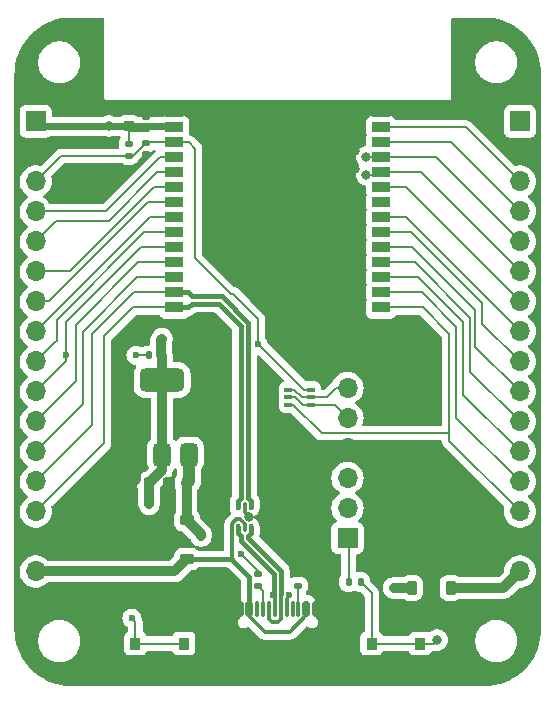
<source format=gtl>
%TF.GenerationSoftware,KiCad,Pcbnew,8.0.2*%
%TF.CreationDate,2024-06-06T14:24:50+10:00*%
%TF.ProjectId,design,64657369-676e-42e6-9b69-6361645f7063,rev?*%
%TF.SameCoordinates,Original*%
%TF.FileFunction,Copper,L1,Top*%
%TF.FilePolarity,Positive*%
%FSLAX46Y46*%
G04 Gerber Fmt 4.6, Leading zero omitted, Abs format (unit mm)*
G04 Created by KiCad (PCBNEW 8.0.2) date 2024-06-06 14:24:50*
%MOMM*%
%LPD*%
G01*
G04 APERTURE LIST*
G04 Aperture macros list*
%AMRoundRect*
0 Rectangle with rounded corners*
0 $1 Rounding radius*
0 $2 $3 $4 $5 $6 $7 $8 $9 X,Y pos of 4 corners*
0 Add a 4 corners polygon primitive as box body*
4,1,4,$2,$3,$4,$5,$6,$7,$8,$9,$2,$3,0*
0 Add four circle primitives for the rounded corners*
1,1,$1+$1,$2,$3*
1,1,$1+$1,$4,$5*
1,1,$1+$1,$6,$7*
1,1,$1+$1,$8,$9*
0 Add four rect primitives between the rounded corners*
20,1,$1+$1,$2,$3,$4,$5,0*
20,1,$1+$1,$4,$5,$6,$7,0*
20,1,$1+$1,$6,$7,$8,$9,0*
20,1,$1+$1,$8,$9,$2,$3,0*%
G04 Aperture macros list end*
%TA.AperFunction,SMDPad,CuDef*%
%ADD10R,1.500000X0.900000*%
%TD*%
%TA.AperFunction,SMDPad,CuDef*%
%ADD11R,0.800000X0.800000*%
%TD*%
%TA.AperFunction,SMDPad,CuDef*%
%ADD12RoundRect,0.150000X-0.150000X-0.500000X0.150000X-0.500000X0.150000X0.500000X-0.150000X0.500000X0*%
%TD*%
%TA.AperFunction,SMDPad,CuDef*%
%ADD13RoundRect,0.075000X-0.075000X-0.575000X0.075000X-0.575000X0.075000X0.575000X-0.075000X0.575000X0*%
%TD*%
%TA.AperFunction,ComponentPad*%
%ADD14O,1.000000X2.100000*%
%TD*%
%TA.AperFunction,ComponentPad*%
%ADD15O,1.000000X1.600000*%
%TD*%
%TA.AperFunction,SMDPad,CuDef*%
%ADD16RoundRect,0.225000X-0.225000X-0.375000X0.225000X-0.375000X0.225000X0.375000X-0.225000X0.375000X0*%
%TD*%
%TA.AperFunction,SMDPad,CuDef*%
%ADD17RoundRect,0.100000X-0.225000X-0.100000X0.225000X-0.100000X0.225000X0.100000X-0.225000X0.100000X0*%
%TD*%
%TA.AperFunction,SMDPad,CuDef*%
%ADD18RoundRect,0.375000X0.375000X-0.625000X0.375000X0.625000X-0.375000X0.625000X-0.375000X-0.625000X0*%
%TD*%
%TA.AperFunction,SMDPad,CuDef*%
%ADD19RoundRect,0.500000X1.400000X-0.500000X1.400000X0.500000X-1.400000X0.500000X-1.400000X-0.500000X0*%
%TD*%
%TA.AperFunction,SMDPad,CuDef*%
%ADD20R,0.900000X1.000000*%
%TD*%
%TA.AperFunction,SMDPad,CuDef*%
%ADD21RoundRect,0.225000X0.225000X0.250000X-0.225000X0.250000X-0.225000X-0.250000X0.225000X-0.250000X0*%
%TD*%
%TA.AperFunction,SMDPad,CuDef*%
%ADD22RoundRect,0.140000X0.170000X-0.140000X0.170000X0.140000X-0.170000X0.140000X-0.170000X-0.140000X0*%
%TD*%
%TA.AperFunction,ComponentPad*%
%ADD23R,1.700000X1.700000*%
%TD*%
%TA.AperFunction,ComponentPad*%
%ADD24O,1.700000X1.700000*%
%TD*%
%TA.AperFunction,SMDPad,CuDef*%
%ADD25RoundRect,0.093750X-0.093750X0.156250X-0.093750X-0.156250X0.093750X-0.156250X0.093750X0.156250X0*%
%TD*%
%TA.AperFunction,SMDPad,CuDef*%
%ADD26RoundRect,0.075000X-0.075000X0.250000X-0.075000X-0.250000X0.075000X-0.250000X0.075000X0.250000X0*%
%TD*%
%TA.AperFunction,SMDPad,CuDef*%
%ADD27RoundRect,0.135000X0.185000X-0.135000X0.185000X0.135000X-0.185000X0.135000X-0.185000X-0.135000X0*%
%TD*%
%TA.AperFunction,SMDPad,CuDef*%
%ADD28RoundRect,0.225000X-0.375000X0.225000X-0.375000X-0.225000X0.375000X-0.225000X0.375000X0.225000X0*%
%TD*%
%TA.AperFunction,SMDPad,CuDef*%
%ADD29RoundRect,0.135000X-0.135000X-0.185000X0.135000X-0.185000X0.135000X0.185000X-0.135000X0.185000X0*%
%TD*%
%TA.AperFunction,SMDPad,CuDef*%
%ADD30RoundRect,0.225000X0.250000X-0.225000X0.250000X0.225000X-0.250000X0.225000X-0.250000X-0.225000X0*%
%TD*%
%TA.AperFunction,SMDPad,CuDef*%
%ADD31RoundRect,0.135000X-0.185000X0.135000X-0.185000X-0.135000X0.185000X-0.135000X0.185000X0.135000X0*%
%TD*%
%TA.AperFunction,SMDPad,CuDef*%
%ADD32RoundRect,0.135000X0.135000X0.185000X-0.135000X0.185000X-0.135000X-0.185000X0.135000X-0.185000X0*%
%TD*%
%TA.AperFunction,ViaPad*%
%ADD33C,0.800000*%
%TD*%
%TA.AperFunction,ViaPad*%
%ADD34C,0.600000*%
%TD*%
%TA.AperFunction,Conductor*%
%ADD35C,0.203200*%
%TD*%
%TA.AperFunction,Conductor*%
%ADD36C,0.609600*%
%TD*%
%TA.AperFunction,Conductor*%
%ADD37C,0.812800*%
%TD*%
%TA.AperFunction,Conductor*%
%ADD38C,0.304800*%
%TD*%
%TA.AperFunction,Conductor*%
%ADD39C,0.406400*%
%TD*%
%TA.AperFunction,Conductor*%
%ADD40C,0.457200*%
%TD*%
%TA.AperFunction,Conductor*%
%ADD41C,1.016000*%
%TD*%
G04 APERTURE END LIST*
D10*
%TO.P,IC1,1,GND_1*%
%TO.N,GND*%
X63750000Y-63240000D03*
%TO.P,IC1,2,3V3*%
%TO.N,+3.3V*%
X63750000Y-64510000D03*
%TO.P,IC1,3,EN*%
%TO.N,/RESET*%
X63750000Y-65780000D03*
%TO.P,IC1,4,IO4*%
%TO.N,/IO4*%
X63750000Y-67050000D03*
%TO.P,IC1,5,IO5*%
%TO.N,/IO5*%
X63750000Y-68320000D03*
%TO.P,IC1,6,IO6*%
%TO.N,/IO6*%
X63750000Y-69590000D03*
%TO.P,IC1,7,IO7*%
%TO.N,/IO7*%
X63750000Y-70860000D03*
%TO.P,IC1,8,IO0*%
%TO.N,/IO0*%
X63750000Y-72130000D03*
%TO.P,IC1,9,IO1*%
%TO.N,/IO1*%
X63750000Y-73400000D03*
%TO.P,IC1,10,IO8*%
%TO.N,/IO8*%
X63750000Y-74670000D03*
%TO.P,IC1,11,IO10*%
%TO.N,/IO10*%
X63750000Y-75940000D03*
%TO.P,IC1,12,IO11*%
%TO.N,/IO11*%
X63750000Y-77210000D03*
%TO.P,IC1,13,IO12*%
%TO.N,/IO12*%
X63750000Y-78480000D03*
%TO.P,IC1,14,IO13*%
%TO.N,/IO13*%
X63750000Y-79750000D03*
%TO.P,IC1,15,IO9*%
%TO.N,/IO9*%
X81250000Y-79750000D03*
%TO.P,IC1,16,IO18*%
%TO.N,/IO18*%
X81250000Y-78480000D03*
%TO.P,IC1,17,IO19*%
%TO.N,/IO19*%
X81250000Y-77210000D03*
%TO.P,IC1,18,IO20*%
%TO.N,/IO20*%
X81250000Y-75940000D03*
%TO.P,IC1,19,IO21*%
%TO.N,/IO21*%
X81250000Y-74670000D03*
%TO.P,IC1,20,IO22*%
%TO.N,/IO22*%
X81250000Y-73400000D03*
%TO.P,IC1,21,IO23*%
%TO.N,/IO23*%
X81250000Y-72130000D03*
%TO.P,IC1,22,NC*%
%TO.N,unconnected-(IC1-NC-Pad22)*%
X81250000Y-70860000D03*
%TO.P,IC1,23,IO15*%
%TO.N,/IO15*%
X81250000Y-69590000D03*
%TO.P,IC1,24,RXD0*%
%TO.N,/RXD0*%
X81250000Y-68320000D03*
%TO.P,IC1,25,TXD0*%
%TO.N,/TXD0*%
X81250000Y-67050000D03*
%TO.P,IC1,26,IO3*%
%TO.N,/IO3*%
X81250000Y-65780000D03*
%TO.P,IC1,27,IO2*%
%TO.N,/IO2*%
X81250000Y-64510000D03*
%TO.P,IC1,28,GND_2*%
%TO.N,GND*%
X81250000Y-63240000D03*
D11*
%TO.P,IC1,29,GND_3*%
X70995000Y-68960000D03*
%TO.P,IC1,30,GND_4*%
X69745000Y-67710000D03*
%TO.P,IC1,31,GND_5*%
X69745000Y-68960000D03*
%TO.P,IC1,32,GND_6*%
X69745000Y-70210000D03*
%TO.P,IC1,33,GND_7*%
X70995000Y-70210000D03*
%TO.P,IC1,34,GND_8*%
X72245000Y-70210000D03*
%TO.P,IC1,35,GND_9*%
X72245000Y-68960000D03*
%TO.P,IC1,36,GND_10*%
X72245000Y-67710000D03*
%TO.P,IC1,37,GND_11*%
X70995000Y-67710000D03*
%TD*%
D12*
%TO.P,J1,A1,GND*%
%TO.N,GND*%
X69300000Y-105255000D03*
%TO.P,J1,A4,VBUS*%
%TO.N,VBUS*%
X70100000Y-105255000D03*
D13*
%TO.P,J1,A5,CC1*%
%TO.N,Net-(J1-CC1)*%
X71250000Y-105255000D03*
%TO.P,J1,A6,D+*%
%TO.N,/D+*%
X72250000Y-105255000D03*
%TO.P,J1,A7,D-*%
%TO.N,/D-*%
X72750000Y-105255000D03*
%TO.P,J1,A8,SBU1*%
%TO.N,unconnected-(J1-SBU1-PadA8)*%
X73750000Y-105255000D03*
D12*
%TO.P,J1,A9,VBUS*%
%TO.N,VBUS*%
X74900000Y-105255000D03*
%TO.P,J1,A12,GND*%
%TO.N,GND*%
X75700000Y-105255000D03*
%TO.P,J1,B1,GND*%
X75700000Y-105255000D03*
%TO.P,J1,B4,VBUS*%
%TO.N,VBUS*%
X74900000Y-105255000D03*
D13*
%TO.P,J1,B5,CC2*%
%TO.N,Net-(J1-CC2)*%
X74250000Y-105255000D03*
%TO.P,J1,B6,D+*%
%TO.N,/D+*%
X73250000Y-105255000D03*
%TO.P,J1,B7,D-*%
%TO.N,/D-*%
X71750000Y-105255000D03*
%TO.P,J1,B8,SBU2*%
%TO.N,unconnected-(J1-SBU2-PadB8)*%
X70750000Y-105255000D03*
D12*
%TO.P,J1,B9,VBUS*%
%TO.N,VBUS*%
X70100000Y-105255000D03*
%TO.P,J1,B12,GND*%
%TO.N,GND*%
X69300000Y-105255000D03*
D14*
%TO.P,J1,S1,SHIELD*%
X68180000Y-105895000D03*
D15*
X68180000Y-110075000D03*
D14*
X76820000Y-105895000D03*
D15*
X76820000Y-110075000D03*
%TD*%
D16*
%TO.P,D2,1,K*%
%TO.N,Net-(D1-K)*%
X83850000Y-103500000D03*
%TO.P,D2,2,A*%
%TO.N,/VIN*%
X87150000Y-103500000D03*
%TD*%
D17*
%TO.P,Q1,1,E1*%
%TO.N,/~RTS*%
X73400000Y-86700000D03*
%TO.P,Q1,2,B1*%
%TO.N,/~DTR*%
X73400000Y-87350000D03*
%TO.P,Q1,3,C2*%
%TO.N,/IO9*%
X73400000Y-88000000D03*
%TO.P,Q1,4,E2*%
%TO.N,/~DTR*%
X75300000Y-88000000D03*
%TO.P,Q1,5,B2*%
%TO.N,/~RTS*%
X75300000Y-87350000D03*
%TO.P,Q1,6,C1*%
%TO.N,/RESET*%
X75300000Y-86700000D03*
%TD*%
D18*
%TO.P,U2,1,GND*%
%TO.N,GND*%
X60400000Y-92200000D03*
%TO.P,U2,2,VO*%
%TO.N,+3.3V*%
X62700000Y-92200000D03*
D19*
X62700000Y-85900000D03*
D18*
%TO.P,U2,3,VI*%
%TO.N,Net-(D1-K)*%
X65000000Y-92200000D03*
%TD*%
D20*
%TO.P,SW1,1,1*%
%TO.N,/IO9*%
X80450000Y-108200000D03*
X84550000Y-108200000D03*
%TO.P,SW1,2,2*%
%TO.N,GND*%
X80450000Y-109800000D03*
X84550000Y-109800000D03*
%TD*%
D21*
%TO.P,C7,1*%
%TO.N,Net-(D1-K)*%
X64775000Y-94650000D03*
%TO.P,C7,2*%
%TO.N,GND*%
X63225000Y-94650000D03*
%TD*%
D22*
%TO.P,C6,1*%
%TO.N,GND*%
X61300000Y-66780000D03*
%TO.P,C6,2*%
%TO.N,/RESET*%
X61300000Y-65820000D03*
%TD*%
D23*
%TO.P,J2,1,Pin_1*%
%TO.N,+3.3V*%
X93000000Y-64000000D03*
D24*
%TO.P,J2,2,Pin_2*%
%TO.N,GND*%
X93000000Y-66540000D03*
%TO.P,J2,3,Pin_3*%
%TO.N,/IO2*%
X93000000Y-69080000D03*
%TO.P,J2,4,Pin_4*%
%TO.N,/IO3*%
X93000000Y-71620000D03*
%TO.P,J2,5,Pin_5*%
%TO.N,/TXD0*%
X93000000Y-74160000D03*
%TO.P,J2,6,Pin_6*%
%TO.N,/RXD0*%
X93000000Y-76700000D03*
%TO.P,J2,7,Pin_7*%
%TO.N,/IO15*%
X93000000Y-79240000D03*
%TO.P,J2,8,Pin_8*%
%TO.N,/IO23*%
X93000000Y-81780000D03*
%TO.P,J2,9,Pin_9*%
%TO.N,/IO22*%
X93000000Y-84320000D03*
%TO.P,J2,10,Pin_10*%
%TO.N,/IO21*%
X93000000Y-86860000D03*
%TO.P,J2,11,Pin_11*%
%TO.N,/IO20*%
X93000000Y-89400000D03*
%TO.P,J2,12,Pin_12*%
%TO.N,/IO19*%
X93000000Y-91940000D03*
%TO.P,J2,13,Pin_13*%
%TO.N,/IO18*%
X93000000Y-94480000D03*
%TO.P,J2,14,Pin_14*%
%TO.N,/IO9*%
X93000000Y-97020000D03*
%TO.P,J2,15,Pin_15*%
%TO.N,GND*%
X93000000Y-99560000D03*
%TO.P,J2,16,Pin_16*%
%TO.N,/VIN*%
X93000000Y-102100000D03*
%TD*%
D23*
%TO.P,J6,1,Pin_1*%
%TO.N,+3.3V*%
X52000000Y-64000000D03*
D24*
%TO.P,J6,2,Pin_2*%
%TO.N,GND*%
X52000000Y-66540000D03*
%TO.P,J6,3,Pin_3*%
%TO.N,/RESET*%
X52000000Y-69080000D03*
%TO.P,J6,4,Pin_4*%
%TO.N,/IO4*%
X52000000Y-71620000D03*
%TO.P,J6,5,Pin_5*%
%TO.N,/IO5*%
X52000000Y-74160000D03*
%TO.P,J6,6,Pin_6*%
%TO.N,/IO6*%
X52000000Y-76700000D03*
%TO.P,J6,7,Pin_7*%
%TO.N,/IO7*%
X52000000Y-79240000D03*
%TO.P,J6,8,Pin_8*%
%TO.N,/IO0*%
X52000000Y-81780000D03*
%TO.P,J6,9,Pin_9*%
%TO.N,/IO1*%
X52000000Y-84320000D03*
%TO.P,J6,10,Pin_10*%
%TO.N,/IO8*%
X52000000Y-86860000D03*
%TO.P,J6,11,Pin_11*%
%TO.N,/IO10*%
X52000000Y-89400000D03*
%TO.P,J6,12,Pin_12*%
%TO.N,/IO11*%
X52000000Y-91940000D03*
%TO.P,J6,13,Pin_13*%
%TO.N,/IO12*%
X52000000Y-94480000D03*
%TO.P,J6,14,Pin_14*%
%TO.N,/IO13*%
X52000000Y-97020000D03*
%TO.P,J6,15,Pin_15*%
%TO.N,GND*%
X52000000Y-99560000D03*
%TO.P,J6,16,Pin_16*%
%TO.N,VBUS*%
X52000000Y-102100000D03*
%TD*%
D22*
%TO.P,C2,1*%
%TO.N,+3.3V*%
X61300000Y-64600000D03*
%TO.P,C2,2*%
%TO.N,GND*%
X61300000Y-63640000D03*
%TD*%
D25*
%TO.P,U1,1,I/O1*%
%TO.N,/IO12*%
X70237500Y-96650000D03*
D26*
%TO.P,U1,2,GND*%
%TO.N,GND*%
X69700000Y-96575000D03*
D25*
%TO.P,U1,3,I/O2*%
%TO.N,/IO13*%
X69162500Y-96650000D03*
%TO.P,U1,4,I/O2*%
%TO.N,/D+*%
X69162500Y-98350000D03*
D26*
%TO.P,U1,5,VBUS*%
%TO.N,VBUS*%
X69700000Y-98425000D03*
D25*
%TO.P,U1,6,I/O1*%
%TO.N,/D-*%
X70237500Y-98350000D03*
%TD*%
D27*
%TO.P,R2,1*%
%TO.N,Net-(J1-CC1)*%
X70800000Y-103310000D03*
%TO.P,R2,2*%
%TO.N,GND*%
X70800000Y-102290000D03*
%TD*%
D28*
%TO.P,D1,1,K*%
%TO.N,Net-(D1-K)*%
X64800000Y-97750000D03*
%TO.P,D1,2,A*%
%TO.N,VBUS*%
X64800000Y-101050000D03*
%TD*%
D29*
%TO.P,R4,1*%
%TO.N,+3.3V*%
X78490000Y-103000000D03*
%TO.P,R4,2*%
%TO.N,/IO9*%
X79510000Y-103000000D03*
%TD*%
D30*
%TO.P,C5,1*%
%TO.N,+3.3V*%
X59900000Y-64395000D03*
%TO.P,C5,2*%
%TO.N,GND*%
X59900000Y-62845000D03*
%TD*%
D31*
%TO.P,R5,1*%
%TO.N,+3.3V*%
X59900000Y-65890000D03*
%TO.P,R5,2*%
%TO.N,/RESET*%
X59900000Y-66910000D03*
%TD*%
D23*
%TO.P,J5,1,Pin_1*%
%TO.N,+3.3V*%
X78400000Y-99260000D03*
D24*
%TO.P,J5,2,Pin_2*%
%TO.N,/TXD0*%
X78400000Y-96720000D03*
%TO.P,J5,3,Pin_3*%
%TO.N,/RXD0*%
X78400000Y-94180000D03*
%TO.P,J5,4,Pin_4*%
%TO.N,GND*%
X78400000Y-91640000D03*
%TO.P,J5,5,Pin_5*%
%TO.N,/~DTR*%
X78400000Y-89100000D03*
%TO.P,J5,6,Pin_6*%
%TO.N,/~RTS*%
X78400000Y-86560000D03*
%TD*%
D21*
%TO.P,C8,1*%
%TO.N,+3.3V*%
X61575000Y-94650000D03*
%TO.P,C8,2*%
%TO.N,GND*%
X60025000Y-94650000D03*
%TD*%
D20*
%TO.P,SW2,1,1*%
%TO.N,GND*%
X64550000Y-109800000D03*
X60450000Y-109800000D03*
%TO.P,SW2,2,2*%
%TO.N,/RESET*%
X64550000Y-108200000D03*
X60450000Y-108200000D03*
%TD*%
D32*
%TO.P,R7,1*%
%TO.N,+3.3V*%
X62620000Y-83800000D03*
%TO.P,R7,2*%
%TO.N,/IO8*%
X61600000Y-83800000D03*
%TD*%
D27*
%TO.P,R3,1*%
%TO.N,Net-(J1-CC2)*%
X74200000Y-103310000D03*
%TO.P,R3,2*%
%TO.N,GND*%
X74200000Y-102290000D03*
%TD*%
D33*
%TO.N,/TXD0*%
X80000000Y-67000000D03*
%TO.N,/RXD0*%
X80000000Y-68500000D03*
%TO.N,GND*%
X67000000Y-69500000D03*
X67000000Y-68000000D03*
X67000000Y-66500000D03*
X67000000Y-65000000D03*
X79000000Y-69500000D03*
X79000000Y-68000000D03*
X79000000Y-66500000D03*
X79000000Y-65000000D03*
X56000000Y-56000000D03*
X89000000Y-56000000D03*
X82000000Y-106500000D03*
X84500000Y-97500000D03*
X84000000Y-101000000D03*
X89500000Y-98000000D03*
X86000000Y-92000000D03*
X85500000Y-89000000D03*
X71500000Y-85500000D03*
X58500000Y-100000000D03*
X58500000Y-98500000D03*
X61500000Y-99000000D03*
X63000000Y-98000000D03*
X74000000Y-100500000D03*
D34*
X69382222Y-100617778D03*
D33*
X60500000Y-88000000D03*
X60500000Y-90000000D03*
X58500000Y-94500000D03*
X58500000Y-96500000D03*
X67500000Y-83500000D03*
X65000000Y-83500000D03*
X79000000Y-75500000D03*
X79000000Y-78000000D03*
X79000000Y-80500000D03*
X79000000Y-71000000D03*
X75000000Y-71000000D03*
X67500000Y-71000000D03*
X87000000Y-63000000D03*
X56000000Y-63000000D03*
X57500000Y-63000000D03*
X79500000Y-63000000D03*
X78000000Y-63000000D03*
X76500000Y-63000000D03*
X75000000Y-63000000D03*
X73500000Y-63000000D03*
X72000000Y-63000000D03*
X70500000Y-63000000D03*
X69000000Y-63000000D03*
X67500000Y-63000000D03*
X66000000Y-63000000D03*
X59600000Y-68400000D03*
%TO.N,+3.3V*%
X58200000Y-64395000D03*
X62700000Y-82400000D03*
D34*
%TO.N,/RESET*%
X60150000Y-106050000D03*
X70800000Y-82800000D03*
D33*
%TO.N,GND*%
X70094273Y-97450933D03*
%TO.N,+3.3V*%
X61600000Y-96400000D03*
%TO.N,/IO9*%
X86000000Y-107900000D03*
%TO.N,Net-(D1-K)*%
X66000000Y-99100000D03*
X82300000Y-103500000D03*
D34*
%TO.N,/IO8*%
X54600000Y-83800000D03*
X60500000Y-83800000D03*
%TO.N,/D+*%
X73488956Y-104099428D03*
X72126956Y-104122821D03*
%TD*%
D35*
%TO.N,/TXD0*%
X81200000Y-67000000D02*
X81250000Y-67050000D01*
X80000000Y-67000000D02*
X81200000Y-67000000D01*
%TO.N,/RXD0*%
X81070000Y-68500000D02*
X81250000Y-68320000D01*
X80000000Y-68500000D02*
X81070000Y-68500000D01*
%TO.N,GND*%
X70800000Y-102035556D02*
X69382222Y-100617778D01*
X70800000Y-102290000D02*
X70800000Y-102035556D01*
D36*
%TO.N,+3.3V*%
X59900000Y-64395000D02*
X58200000Y-64395000D01*
D37*
X62620000Y-83800000D02*
X62620000Y-82480000D01*
D36*
X58200000Y-64395000D02*
X52395000Y-64395000D01*
D37*
X62620000Y-82480000D02*
X62700000Y-82400000D01*
X62700000Y-83880000D02*
X62620000Y-83800000D01*
X62700000Y-85900000D02*
X62700000Y-83880000D01*
D35*
%TO.N,/RESET*%
X60450000Y-106350000D02*
X60450000Y-108200000D01*
X60150000Y-106050000D02*
X60450000Y-106350000D01*
D37*
%TO.N,+3.3V*%
X61600000Y-96400000D02*
X61600000Y-94675000D01*
X61600000Y-94675000D02*
X61575000Y-94650000D01*
D38*
%TO.N,GND*%
X69700000Y-97056660D02*
X70094273Y-97450933D01*
X69700000Y-96575000D02*
X69700000Y-97056660D01*
D39*
%TO.N,VBUS*%
X70100000Y-102570900D02*
X68629100Y-101100000D01*
X70100000Y-105255000D02*
X70100000Y-102570900D01*
X68579100Y-101050000D02*
X68629100Y-101100000D01*
X64800000Y-101050000D02*
X68579100Y-101050000D01*
D38*
X68629100Y-98067168D02*
X68629100Y-101100000D01*
X69328732Y-97700000D02*
X68996268Y-97700000D01*
X68996268Y-97700000D02*
X68629100Y-98067168D01*
X69700000Y-98071268D02*
X69328732Y-97700000D01*
X69700000Y-98425000D02*
X69700000Y-98071268D01*
%TO.N,/D+*%
X72250000Y-104245865D02*
X72126956Y-104122821D01*
X72250000Y-105255000D02*
X72250000Y-104245865D01*
%TO.N,/D-*%
X72750000Y-104293778D02*
X72750000Y-105255000D01*
X72807956Y-104235822D02*
X72750000Y-104293778D01*
D40*
X72807956Y-103564984D02*
X72807956Y-104000000D01*
D38*
X72807956Y-104000000D02*
X72807956Y-104235822D01*
D40*
X72752204Y-103509232D02*
X72807956Y-103564984D01*
%TO.N,/D+*%
X72142604Y-102273658D02*
X72142604Y-104107173D01*
X72142604Y-104107173D02*
X72126956Y-104122821D01*
X69169000Y-98865960D02*
X69395200Y-99092160D01*
X69395200Y-99092160D02*
X69395200Y-99526254D01*
X69395200Y-99526254D02*
X72142604Y-102273658D01*
X69169000Y-98731501D02*
X69169000Y-98865960D01*
X69162500Y-98725001D02*
X69169000Y-98731501D01*
X69162500Y-98350000D02*
X69162500Y-98725001D01*
%TO.N,/D-*%
X72752204Y-102021150D02*
X72752204Y-103509232D01*
X70004800Y-99273746D02*
X72752204Y-102021150D01*
X70231000Y-98865960D02*
X70004800Y-99092160D01*
X70231000Y-98731501D02*
X70231000Y-98865960D01*
X70237500Y-98725001D02*
X70231000Y-98731501D01*
X70237500Y-98350000D02*
X70237500Y-98725001D01*
X70004800Y-99092160D02*
X70004800Y-99273746D01*
%TO.N,/IO12*%
X70004800Y-95907840D02*
X70237500Y-96140540D01*
X70004800Y-81073746D02*
X70004800Y-95907840D01*
X67741254Y-78810200D02*
X70004800Y-81073746D01*
X70237500Y-96140540D02*
X70237500Y-96650000D01*
X64875001Y-78480000D02*
X65205201Y-78810200D01*
X65205201Y-78810200D02*
X67741254Y-78810200D01*
X63750000Y-78480000D02*
X64875001Y-78480000D01*
%TO.N,/IO13*%
X69395200Y-81326254D02*
X69395200Y-95907840D01*
X69395200Y-95907840D02*
X69162500Y-96140540D01*
X64875001Y-79750000D02*
X65205201Y-79419800D01*
X65205201Y-79419800D02*
X67488746Y-79419800D01*
X67488746Y-79419800D02*
X69395200Y-81326254D01*
X63750000Y-79750000D02*
X64875001Y-79750000D01*
X69162500Y-96140540D02*
X69162500Y-96650000D01*
D35*
%TO.N,/IO9*%
X85700000Y-108200000D02*
X86000000Y-107900000D01*
X84550000Y-108200000D02*
X85700000Y-108200000D01*
X73800000Y-88000000D02*
X76200000Y-90400000D01*
X76200000Y-90400000D02*
X87000000Y-90400000D01*
X73400000Y-88000000D02*
X73800000Y-88000000D01*
X87000000Y-90400000D02*
X87000000Y-91020000D01*
X87000000Y-82000000D02*
X87000000Y-90400000D01*
%TO.N,/RESET*%
X65500000Y-66300000D02*
X64980000Y-65780000D01*
X68500000Y-78600000D02*
X65500000Y-75600000D01*
X68700000Y-78600000D02*
X68500000Y-78600000D01*
X70800000Y-80700000D02*
X68700000Y-78600000D01*
X65500000Y-75600000D02*
X65500000Y-66300000D01*
X70800000Y-82800000D02*
X70800000Y-80700000D01*
X64980000Y-65780000D02*
X63750000Y-65780000D01*
X75300000Y-86700000D02*
X74700000Y-86700000D01*
D38*
%TO.N,VBUS*%
X70100000Y-105904999D02*
X70100000Y-105255000D01*
X71395001Y-107200000D02*
X70100000Y-105904999D01*
X74900000Y-105794198D02*
X73494198Y-107200000D01*
X74900000Y-105255000D02*
X74900000Y-105794198D01*
X73494198Y-107200000D02*
X71395001Y-107200000D01*
D37*
X63750000Y-102100000D02*
X64800000Y-101050000D01*
X52000000Y-102100000D02*
X63750000Y-102100000D01*
%TO.N,Net-(D1-K)*%
X66000000Y-99100000D02*
X66000000Y-98950000D01*
X66000000Y-98950000D02*
X64800000Y-97750000D01*
X83850000Y-103500000D02*
X82300000Y-103500000D01*
%TO.N,/VIN*%
X87150000Y-103500000D02*
X91600000Y-103500000D01*
X91600000Y-103500000D02*
X93000000Y-102100000D01*
%TO.N,+3.3V*%
X62700000Y-92200000D02*
X62700000Y-85900000D01*
X62700000Y-93525000D02*
X61575000Y-94650000D01*
X62700000Y-92200000D02*
X62700000Y-93525000D01*
%TO.N,Net-(D1-K)*%
X64775000Y-94650000D02*
X64775000Y-97725000D01*
X64775000Y-97725000D02*
X64800000Y-97750000D01*
D36*
%TO.N,+3.3V*%
X59900000Y-64395000D02*
X63635000Y-64395000D01*
X63635000Y-64395000D02*
X63750000Y-64510000D01*
X52395000Y-64395000D02*
X52000000Y-64000000D01*
D35*
%TO.N,/IO8*%
X54600000Y-81000000D02*
X54600000Y-83800000D01*
X54600000Y-83800000D02*
X54600000Y-84260000D01*
X61600000Y-83800000D02*
X60500000Y-83800000D01*
%TO.N,+3.3V*%
X78490000Y-103000000D02*
X78490000Y-99350000D01*
X78490000Y-99350000D02*
X78400000Y-99260000D01*
%TO.N,/IO9*%
X80450000Y-103940000D02*
X79510000Y-103000000D01*
X80450000Y-108200000D02*
X80450000Y-103940000D01*
X80450000Y-108200000D02*
X84550000Y-108200000D01*
%TO.N,Net-(J1-CC1)*%
X71250000Y-103760000D02*
X70800000Y-103310000D01*
X71250000Y-105255000D02*
X71250000Y-103760000D01*
%TO.N,Net-(J1-CC2)*%
X74250000Y-103360000D02*
X74200000Y-103310000D01*
X74250000Y-105255000D02*
X74250000Y-103360000D01*
D38*
%TO.N,/D+*%
X73400000Y-104188384D02*
X73488956Y-104099428D01*
X73400000Y-104290356D02*
X73400000Y-104188384D01*
X73250000Y-104440356D02*
X73400000Y-104290356D01*
X73250000Y-105255000D02*
X73250000Y-104440356D01*
%TO.N,/D-*%
X72750000Y-106150000D02*
X72750000Y-105255000D01*
X72000000Y-106400000D02*
X72500000Y-106400000D01*
X71750000Y-106150000D02*
X72000000Y-106400000D01*
X71750000Y-105255000D02*
X71750000Y-106150000D01*
X72500000Y-106400000D02*
X72750000Y-106150000D01*
D35*
%TO.N,/~DTR*%
X75300000Y-88000000D02*
X77300000Y-88000000D01*
X77300000Y-88000000D02*
X78400000Y-89100000D01*
X73950000Y-87350000D02*
X73400000Y-87350000D01*
X75300000Y-88000000D02*
X74600000Y-88000000D01*
X74600000Y-88000000D02*
X73950000Y-87350000D01*
%TO.N,/~RTS*%
X73900000Y-86700000D02*
X73400000Y-86700000D01*
X74550000Y-87350000D02*
X73900000Y-86700000D01*
X75300000Y-87350000D02*
X74550000Y-87350000D01*
X76650000Y-87350000D02*
X75300000Y-87350000D01*
X78400000Y-86560000D02*
X77440000Y-86560000D01*
X77440000Y-86560000D02*
X76650000Y-87350000D01*
%TO.N,+3.3V*%
X59900000Y-65890000D02*
X59900000Y-64395000D01*
%TO.N,/IO13*%
X57800000Y-91220000D02*
X52000000Y-97020000D01*
X57800000Y-82200000D02*
X57800000Y-91220000D01*
X60250000Y-79750000D02*
X57800000Y-82200000D01*
X63750000Y-79750000D02*
X60250000Y-79750000D01*
%TO.N,/IO12*%
X56800000Y-89680000D02*
X52000000Y-94480000D01*
X60320000Y-78480000D02*
X56800000Y-82000000D01*
X56800000Y-82000000D02*
X56800000Y-89680000D01*
X63750000Y-78480000D02*
X60320000Y-78480000D01*
%TO.N,/IO11*%
X56000000Y-81800000D02*
X56000000Y-87940000D01*
X60590000Y-77210000D02*
X56000000Y-81800000D01*
X63750000Y-77210000D02*
X60590000Y-77210000D01*
X56000000Y-87940000D02*
X52000000Y-91940000D01*
%TO.N,/IO10*%
X55400000Y-81200000D02*
X55400000Y-86000000D01*
X55400000Y-86000000D02*
X52000000Y-89400000D01*
X60660000Y-75940000D02*
X55400000Y-81200000D01*
X63750000Y-75940000D02*
X60660000Y-75940000D01*
%TO.N,/IO8*%
X60930000Y-74670000D02*
X54600000Y-81000000D01*
X54600000Y-84260000D02*
X52000000Y-86860000D01*
X63750000Y-74670000D02*
X60930000Y-74670000D01*
%TO.N,/IO1*%
X53800000Y-82600000D02*
X53720000Y-82600000D01*
X53720000Y-82600000D02*
X52000000Y-84320000D01*
X53800000Y-80800000D02*
X53800000Y-82600000D01*
X61200000Y-73400000D02*
X53800000Y-80800000D01*
X63750000Y-73400000D02*
X61200000Y-73400000D01*
%TO.N,/IO0*%
X61650000Y-72130000D02*
X52000000Y-81780000D01*
X63750000Y-72130000D02*
X61650000Y-72130000D01*
%TO.N,/IO7*%
X53160000Y-79240000D02*
X52000000Y-79240000D01*
X61540000Y-70860000D02*
X53160000Y-79240000D01*
X63750000Y-70860000D02*
X61540000Y-70860000D01*
%TO.N,/IO6*%
X62010000Y-69590000D02*
X54900000Y-76700000D01*
X63750000Y-69590000D02*
X62010000Y-69590000D01*
X54900000Y-76700000D02*
X52000000Y-76700000D01*
%TO.N,/IO5*%
X53760000Y-72400000D02*
X52000000Y-74160000D01*
X58200000Y-72400000D02*
X53760000Y-72400000D01*
X62280000Y-68320000D02*
X58200000Y-72400000D01*
X63750000Y-68320000D02*
X62280000Y-68320000D01*
%TO.N,/IO4*%
X62550000Y-67050000D02*
X63750000Y-67050000D01*
X57980000Y-71620000D02*
X62550000Y-67050000D01*
X52000000Y-71620000D02*
X57980000Y-71620000D01*
%TO.N,/RESET*%
X54170000Y-66910000D02*
X52000000Y-69080000D01*
X59900000Y-66910000D02*
X54170000Y-66910000D01*
%TO.N,/IO18*%
X87600000Y-89080000D02*
X93000000Y-94480000D01*
X84680000Y-78480000D02*
X87600000Y-81400000D01*
X87600000Y-81400000D02*
X87600000Y-89080000D01*
X81250000Y-78480000D02*
X84680000Y-78480000D01*
%TO.N,/IO9*%
X87000000Y-91020000D02*
X93000000Y-97020000D01*
X84750000Y-79750000D02*
X87000000Y-82000000D01*
X81250000Y-79750000D02*
X84750000Y-79750000D01*
%TO.N,/IO19*%
X88200000Y-81000000D02*
X88200000Y-87140000D01*
X88200000Y-87140000D02*
X93000000Y-91940000D01*
X84410000Y-77210000D02*
X88200000Y-81000000D01*
X81250000Y-77210000D02*
X84410000Y-77210000D01*
%TO.N,/IO20*%
X88800000Y-85200000D02*
X93000000Y-89400000D01*
X84140000Y-75940000D02*
X88800000Y-80600000D01*
X81250000Y-75940000D02*
X84140000Y-75940000D01*
X88800000Y-80600000D02*
X88800000Y-85200000D01*
%TO.N,/IO21*%
X89200000Y-80000000D02*
X89200000Y-83060000D01*
X83870000Y-74670000D02*
X89200000Y-80000000D01*
X81250000Y-74670000D02*
X83870000Y-74670000D01*
X89200000Y-83060000D02*
X93000000Y-86860000D01*
%TO.N,/IO15*%
X83350000Y-69590000D02*
X93000000Y-79240000D01*
X81250000Y-69590000D02*
X83350000Y-69590000D01*
%TO.N,/IO23*%
X83350000Y-72130000D02*
X93000000Y-81780000D01*
X81250000Y-72130000D02*
X83350000Y-72130000D01*
%TO.N,/IO22*%
X89800000Y-81120000D02*
X93000000Y-84320000D01*
X89800000Y-79400000D02*
X89800000Y-81120000D01*
X83800000Y-73400000D02*
X89800000Y-79400000D01*
X81250000Y-73400000D02*
X83800000Y-73400000D01*
%TO.N,/RXD0*%
X84620000Y-68320000D02*
X93000000Y-76700000D01*
X81250000Y-68320000D02*
X84620000Y-68320000D01*
%TO.N,/TXD0*%
X81250000Y-67050000D02*
X85890000Y-67050000D01*
X85890000Y-67050000D02*
X93000000Y-74160000D01*
%TO.N,/IO3*%
X87160000Y-65780000D02*
X93000000Y-71620000D01*
X81250000Y-65780000D02*
X87160000Y-65780000D01*
%TO.N,/IO2*%
X88430000Y-64510000D02*
X93000000Y-69080000D01*
X81250000Y-64510000D02*
X88430000Y-64510000D01*
D41*
%TO.N,GND*%
X60400000Y-94275000D02*
X60025000Y-94650000D01*
X60400000Y-92200000D02*
X60400000Y-94275000D01*
D39*
%TO.N,+3.3V*%
X61300000Y-64600000D02*
X60105000Y-64600000D01*
X63750000Y-64510000D02*
X61390000Y-64510000D01*
X61390000Y-64510000D02*
X61300000Y-64600000D01*
D35*
%TO.N,/RESET*%
X64550000Y-108200000D02*
X60450000Y-108200000D01*
X63750000Y-65780000D02*
X61340000Y-65780000D01*
X59900000Y-66910000D02*
X60210000Y-66910000D01*
X60210000Y-66910000D02*
X61300000Y-65820000D01*
D41*
%TO.N,Net-(D1-K)*%
X65000000Y-94425000D02*
X64775000Y-94650000D01*
X65000000Y-92200000D02*
X65000000Y-94425000D01*
D35*
%TO.N,/RESET*%
X74700000Y-86700000D02*
X70800000Y-82800000D01*
%TD*%
%TA.AperFunction,Conductor*%
%TO.N,GND*%
G36*
X62114764Y-66409785D02*
G01*
X62160519Y-66462589D01*
X62170463Y-66531747D01*
X62141438Y-66595303D01*
X62135406Y-66601781D01*
X57763607Y-70973581D01*
X57702284Y-71007066D01*
X57675926Y-71009900D01*
X53291244Y-71009900D01*
X53224205Y-70990215D01*
X53187436Y-70953722D01*
X53075723Y-70782734D01*
X53075715Y-70782723D01*
X52923243Y-70617097D01*
X52923238Y-70617092D01*
X52745577Y-70478812D01*
X52745578Y-70478812D01*
X52745576Y-70478811D01*
X52709070Y-70459055D01*
X52659479Y-70409836D01*
X52644371Y-70341619D01*
X52668541Y-70276064D01*
X52709070Y-70240945D01*
X52717433Y-70236419D01*
X52745576Y-70221189D01*
X52923240Y-70082906D01*
X53075722Y-69917268D01*
X53198860Y-69728791D01*
X53289296Y-69522616D01*
X53344564Y-69304368D01*
X53345662Y-69291116D01*
X53363156Y-69080005D01*
X53363156Y-69079994D01*
X53344565Y-68855640D01*
X53344564Y-68855635D01*
X53344564Y-68855632D01*
X53309851Y-68718555D01*
X53312476Y-68648735D01*
X53342374Y-68600436D01*
X54386393Y-67556419D01*
X54447716Y-67522934D01*
X54474074Y-67520100D01*
X59228690Y-67520100D01*
X59295729Y-67539785D01*
X59316371Y-67556419D01*
X59317453Y-67557501D01*
X59317457Y-67557504D01*
X59317459Y-67557506D01*
X59457404Y-67640269D01*
X59509447Y-67655389D01*
X59613526Y-67685627D01*
X59613528Y-67685627D01*
X59613534Y-67685629D01*
X59650011Y-67688500D01*
X60149988Y-67688499D01*
X60186466Y-67685629D01*
X60342596Y-67640269D01*
X60482541Y-67557506D01*
X60597506Y-67442541D01*
X60672374Y-67315945D01*
X60691420Y-67291391D01*
X61337993Y-66644819D01*
X61399316Y-66611334D01*
X61425674Y-66608500D01*
X61535478Y-66608500D01*
X61535484Y-66608500D01*
X61572254Y-66605606D01*
X61572256Y-66605605D01*
X61572258Y-66605605D01*
X61673801Y-66576104D01*
X61729597Y-66559894D01*
X61870629Y-66476488D01*
X61920697Y-66426420D01*
X61982020Y-66392934D01*
X62008379Y-66390100D01*
X62047725Y-66390100D01*
X62114764Y-66409785D01*
G37*
%TD.AperFunction*%
%TA.AperFunction,Conductor*%
G36*
X57742539Y-55220185D02*
G01*
X57788294Y-55272989D01*
X57799500Y-55324500D01*
X57799500Y-61960118D01*
X57799500Y-62039882D01*
X57830024Y-62113574D01*
X57886426Y-62169976D01*
X57960118Y-62200500D01*
X57960120Y-62200500D01*
X87039880Y-62200500D01*
X87039882Y-62200500D01*
X87113574Y-62169976D01*
X87169976Y-62113574D01*
X87200500Y-62039882D01*
X87200500Y-58883306D01*
X89219500Y-58883306D01*
X89219500Y-59116693D01*
X89219501Y-59116709D01*
X89249964Y-59348100D01*
X89310375Y-59573555D01*
X89399690Y-59789181D01*
X89399695Y-59789192D01*
X89516387Y-59991307D01*
X89516398Y-59991323D01*
X89658475Y-60176482D01*
X89658481Y-60176489D01*
X89823510Y-60341518D01*
X89823516Y-60341523D01*
X90008685Y-60483608D01*
X90008692Y-60483612D01*
X90210807Y-60600304D01*
X90210812Y-60600306D01*
X90210815Y-60600308D01*
X90426449Y-60689626D01*
X90651896Y-60750035D01*
X90883300Y-60780500D01*
X90883307Y-60780500D01*
X91116693Y-60780500D01*
X91116700Y-60780500D01*
X91348104Y-60750035D01*
X91573551Y-60689626D01*
X91789185Y-60600308D01*
X91991315Y-60483608D01*
X92176484Y-60341523D01*
X92341523Y-60176484D01*
X92483608Y-59991315D01*
X92600308Y-59789185D01*
X92689626Y-59573551D01*
X92750035Y-59348104D01*
X92780500Y-59116700D01*
X92780500Y-58883300D01*
X92750035Y-58651896D01*
X92689626Y-58426449D01*
X92600308Y-58210815D01*
X92600306Y-58210812D01*
X92600304Y-58210807D01*
X92483612Y-58008692D01*
X92483608Y-58008685D01*
X92341523Y-57823516D01*
X92341518Y-57823510D01*
X92176489Y-57658481D01*
X92176482Y-57658475D01*
X91991323Y-57516398D01*
X91991321Y-57516396D01*
X91991315Y-57516392D01*
X91991310Y-57516389D01*
X91991307Y-57516387D01*
X91789192Y-57399695D01*
X91789181Y-57399690D01*
X91573555Y-57310375D01*
X91460827Y-57280169D01*
X91348104Y-57249965D01*
X91348103Y-57249964D01*
X91348100Y-57249964D01*
X91116709Y-57219501D01*
X91116706Y-57219500D01*
X91116700Y-57219500D01*
X90883300Y-57219500D01*
X90883294Y-57219500D01*
X90883290Y-57219501D01*
X90651899Y-57249964D01*
X90426444Y-57310375D01*
X90210818Y-57399690D01*
X90210807Y-57399695D01*
X90008692Y-57516387D01*
X90008676Y-57516398D01*
X89823517Y-57658475D01*
X89823510Y-57658481D01*
X89658481Y-57823510D01*
X89658475Y-57823517D01*
X89516398Y-58008676D01*
X89516387Y-58008692D01*
X89399695Y-58210807D01*
X89399690Y-58210818D01*
X89310375Y-58426444D01*
X89249964Y-58651899D01*
X89219501Y-58883290D01*
X89219500Y-58883306D01*
X87200500Y-58883306D01*
X87200500Y-55324500D01*
X87220185Y-55257461D01*
X87272989Y-55211706D01*
X87324500Y-55200500D01*
X89960118Y-55200500D01*
X89997294Y-55200500D01*
X90002702Y-55200617D01*
X90412917Y-55218528D01*
X90423654Y-55219468D01*
X90828057Y-55272708D01*
X90838695Y-55274583D01*
X91236925Y-55362869D01*
X91247365Y-55365667D01*
X91636363Y-55488317D01*
X91646524Y-55492015D01*
X92023363Y-55648108D01*
X92033155Y-55652674D01*
X92394965Y-55841020D01*
X92404305Y-55846413D01*
X92689636Y-56028189D01*
X92748309Y-56065568D01*
X92757170Y-56071772D01*
X93080766Y-56320076D01*
X93089053Y-56327030D01*
X93389767Y-56602583D01*
X93397416Y-56610232D01*
X93672969Y-56910946D01*
X93679923Y-56919233D01*
X93928227Y-57242829D01*
X93934431Y-57251690D01*
X94103069Y-57516398D01*
X94153578Y-57595680D01*
X94158987Y-57605048D01*
X94347322Y-57966838D01*
X94351894Y-57976642D01*
X94507983Y-58353473D01*
X94511683Y-58363639D01*
X94634331Y-58752630D01*
X94637131Y-58763078D01*
X94725414Y-59161296D01*
X94727292Y-59171950D01*
X94780529Y-59576326D01*
X94781472Y-59587102D01*
X94799382Y-59997297D01*
X94799500Y-60002706D01*
X94799500Y-106997293D01*
X94799382Y-107002702D01*
X94781472Y-107412897D01*
X94780529Y-107423673D01*
X94727292Y-107828049D01*
X94725414Y-107838703D01*
X94637131Y-108236921D01*
X94634331Y-108247369D01*
X94511683Y-108636360D01*
X94507983Y-108646526D01*
X94351894Y-109023357D01*
X94347322Y-109033161D01*
X94158987Y-109394951D01*
X94153578Y-109404319D01*
X93934431Y-109748309D01*
X93928227Y-109757170D01*
X93679923Y-110080766D01*
X93672969Y-110089053D01*
X93397416Y-110389767D01*
X93389767Y-110397416D01*
X93089053Y-110672969D01*
X93080766Y-110679923D01*
X92757170Y-110928227D01*
X92748309Y-110934431D01*
X92404319Y-111153578D01*
X92394951Y-111158987D01*
X92033161Y-111347322D01*
X92023357Y-111351894D01*
X91646526Y-111507983D01*
X91636360Y-111511683D01*
X91247369Y-111634331D01*
X91236921Y-111637131D01*
X90838703Y-111725414D01*
X90828049Y-111727292D01*
X90423673Y-111780529D01*
X90412897Y-111781472D01*
X90002703Y-111799382D01*
X89997294Y-111799500D01*
X55002706Y-111799500D01*
X54997297Y-111799382D01*
X54587102Y-111781472D01*
X54576326Y-111780529D01*
X54171950Y-111727292D01*
X54161296Y-111725414D01*
X53763078Y-111637131D01*
X53752630Y-111634331D01*
X53363639Y-111511683D01*
X53353473Y-111507983D01*
X52976642Y-111351894D01*
X52966838Y-111347322D01*
X52847126Y-111285004D01*
X52605042Y-111158983D01*
X52595686Y-111153582D01*
X52423685Y-111044004D01*
X52251690Y-110934431D01*
X52242829Y-110928227D01*
X51919233Y-110679923D01*
X51910946Y-110672969D01*
X51610232Y-110397416D01*
X51602583Y-110389767D01*
X51327030Y-110089053D01*
X51320076Y-110080766D01*
X51071772Y-109757170D01*
X51065568Y-109748309D01*
X50971281Y-109600309D01*
X50846413Y-109404305D01*
X50841020Y-109394965D01*
X50652674Y-109033155D01*
X50648105Y-109023357D01*
X50634829Y-108991307D01*
X50492015Y-108646524D01*
X50488316Y-108636360D01*
X50468512Y-108573551D01*
X50365667Y-108247365D01*
X50362868Y-108236921D01*
X50330281Y-108089931D01*
X50284473Y-107883306D01*
X52219500Y-107883306D01*
X52219500Y-108116693D01*
X52219501Y-108116709D01*
X52249964Y-108348100D01*
X52310375Y-108573555D01*
X52399690Y-108789181D01*
X52399695Y-108789192D01*
X52516387Y-108991307D01*
X52516398Y-108991323D01*
X52658475Y-109176482D01*
X52658481Y-109176489D01*
X52823510Y-109341518D01*
X52823516Y-109341523D01*
X53008685Y-109483608D01*
X53008692Y-109483612D01*
X53210807Y-109600304D01*
X53210812Y-109600306D01*
X53210815Y-109600308D01*
X53426449Y-109689626D01*
X53651896Y-109750035D01*
X53883300Y-109780500D01*
X53883307Y-109780500D01*
X54116693Y-109780500D01*
X54116700Y-109780500D01*
X54348104Y-109750035D01*
X54573551Y-109689626D01*
X54789185Y-109600308D01*
X54991315Y-109483608D01*
X55176484Y-109341523D01*
X55341523Y-109176484D01*
X55483608Y-108991315D01*
X55600308Y-108789185D01*
X55689626Y-108573551D01*
X55750035Y-108348104D01*
X55780500Y-108116700D01*
X55780500Y-107883300D01*
X55750035Y-107651896D01*
X55689626Y-107426449D01*
X55600308Y-107210815D01*
X55600306Y-107210812D01*
X55600304Y-107210807D01*
X55483612Y-107008692D01*
X55483608Y-107008685D01*
X55374161Y-106866051D01*
X55341524Y-106823517D01*
X55341518Y-106823510D01*
X55176489Y-106658481D01*
X55176482Y-106658475D01*
X54991323Y-106516398D01*
X54991321Y-106516396D01*
X54991315Y-106516392D01*
X54991310Y-106516389D01*
X54991307Y-106516387D01*
X54789192Y-106399695D01*
X54789181Y-106399690D01*
X54573555Y-106310375D01*
X54348100Y-106249964D01*
X54116709Y-106219501D01*
X54116706Y-106219500D01*
X54116700Y-106219500D01*
X53883300Y-106219500D01*
X53883294Y-106219500D01*
X53883290Y-106219501D01*
X53651899Y-106249964D01*
X53426444Y-106310375D01*
X53210818Y-106399690D01*
X53210807Y-106399695D01*
X53008692Y-106516387D01*
X53008676Y-106516398D01*
X52823517Y-106658475D01*
X52823510Y-106658481D01*
X52658481Y-106823510D01*
X52658475Y-106823517D01*
X52516398Y-107008676D01*
X52516387Y-107008692D01*
X52399695Y-107210807D01*
X52399690Y-107210818D01*
X52310375Y-107426444D01*
X52249964Y-107651899D01*
X52219501Y-107883290D01*
X52219500Y-107883306D01*
X50284473Y-107883306D01*
X50274583Y-107838695D01*
X50272707Y-107828049D01*
X50267130Y-107785685D01*
X50219468Y-107423654D01*
X50218528Y-107412917D01*
X50200618Y-107002702D01*
X50200500Y-106997293D01*
X50200500Y-106049996D01*
X59336384Y-106049996D01*
X59336384Y-106050003D01*
X59356781Y-106231041D01*
X59356782Y-106231046D01*
X59384541Y-106310375D01*
X59415795Y-106399695D01*
X59416958Y-106403017D01*
X59488197Y-106516392D01*
X59513889Y-106557281D01*
X59642719Y-106686111D01*
X59781873Y-106773547D01*
X59828163Y-106825881D01*
X59839900Y-106878540D01*
X59839900Y-107130901D01*
X59820215Y-107197940D01*
X59767411Y-107243695D01*
X59759235Y-107247082D01*
X59753798Y-107249109D01*
X59753795Y-107249111D01*
X59636739Y-107336739D01*
X59549111Y-107453795D01*
X59498011Y-107590795D01*
X59498011Y-107590797D01*
X59491500Y-107651345D01*
X59491500Y-108748654D01*
X59498011Y-108809202D01*
X59498011Y-108809204D01*
X59528433Y-108890766D01*
X59549111Y-108946204D01*
X59636739Y-109063261D01*
X59753796Y-109150889D01*
X59890799Y-109201989D01*
X59918050Y-109204918D01*
X59951345Y-109208499D01*
X59951362Y-109208500D01*
X60948638Y-109208500D01*
X60948654Y-109208499D01*
X60975692Y-109205591D01*
X61009201Y-109201989D01*
X61146204Y-109150889D01*
X61263261Y-109063261D01*
X61350889Y-108946204D01*
X61371567Y-108890764D01*
X61413438Y-108834833D01*
X61478902Y-108810416D01*
X61487748Y-108810100D01*
X63512252Y-108810100D01*
X63579291Y-108829785D01*
X63625046Y-108882589D01*
X63628427Y-108890750D01*
X63641528Y-108925873D01*
X63649111Y-108946205D01*
X63682875Y-108991307D01*
X63736739Y-109063261D01*
X63853796Y-109150889D01*
X63990799Y-109201989D01*
X64018050Y-109204918D01*
X64051345Y-109208499D01*
X64051362Y-109208500D01*
X65048638Y-109208500D01*
X65048654Y-109208499D01*
X65075692Y-109205591D01*
X65109201Y-109201989D01*
X65246204Y-109150889D01*
X65363261Y-109063261D01*
X65450889Y-108946204D01*
X65501989Y-108809201D01*
X65506333Y-108768794D01*
X65508499Y-108748654D01*
X65508500Y-108748637D01*
X65508500Y-107651362D01*
X65508499Y-107651345D01*
X65505157Y-107620270D01*
X65501989Y-107590799D01*
X65494311Y-107570215D01*
X65474616Y-107517411D01*
X65450889Y-107453796D01*
X65363261Y-107336739D01*
X65246204Y-107249111D01*
X65240764Y-107247082D01*
X65109203Y-107198011D01*
X65048654Y-107191500D01*
X65048638Y-107191500D01*
X64051362Y-107191500D01*
X64051345Y-107191500D01*
X63990797Y-107198011D01*
X63990795Y-107198011D01*
X63853795Y-107249111D01*
X63736739Y-107336739D01*
X63649111Y-107453794D01*
X63638014Y-107483545D01*
X63628432Y-107509235D01*
X63586562Y-107565167D01*
X63521098Y-107589584D01*
X63512252Y-107589900D01*
X61487748Y-107589900D01*
X61420709Y-107570215D01*
X61374954Y-107517411D01*
X61371572Y-107509249D01*
X61350889Y-107453796D01*
X61330413Y-107426444D01*
X61282962Y-107363057D01*
X61263261Y-107336739D01*
X61146204Y-107249111D01*
X61146201Y-107249109D01*
X61140765Y-107247082D01*
X61084832Y-107205210D01*
X61060416Y-107139745D01*
X61060100Y-107130901D01*
X61060100Y-106289909D01*
X61060099Y-106289908D01*
X61058021Y-106279458D01*
X61058021Y-106279454D01*
X61036656Y-106172047D01*
X61036655Y-106172040D01*
X60992995Y-106066637D01*
X60991347Y-106062031D01*
X60983305Y-106049996D01*
X60976365Y-106039609D01*
X60956247Y-105984606D01*
X60943217Y-105868953D01*
X60883043Y-105696985D01*
X60786111Y-105542719D01*
X60657281Y-105413889D01*
X60503015Y-105316957D01*
X60448693Y-105297949D01*
X60331046Y-105256782D01*
X60331041Y-105256781D01*
X60150004Y-105236384D01*
X60149996Y-105236384D01*
X59968958Y-105256781D01*
X59968953Y-105256782D01*
X59796982Y-105316958D01*
X59642718Y-105413889D01*
X59513889Y-105542718D01*
X59416958Y-105696982D01*
X59356782Y-105868953D01*
X59356781Y-105868958D01*
X59336384Y-106049996D01*
X50200500Y-106049996D01*
X50200500Y-69079994D01*
X50636844Y-69079994D01*
X50636844Y-69080005D01*
X50655434Y-69304359D01*
X50655436Y-69304371D01*
X50710703Y-69522614D01*
X50801140Y-69728792D01*
X50924276Y-69917265D01*
X50924284Y-69917276D01*
X51076756Y-70082902D01*
X51076760Y-70082906D01*
X51254424Y-70221189D01*
X51254429Y-70221191D01*
X51254431Y-70221193D01*
X51290930Y-70240946D01*
X51340520Y-70290165D01*
X51355628Y-70358382D01*
X51331457Y-70423937D01*
X51290930Y-70459054D01*
X51254431Y-70478806D01*
X51254422Y-70478812D01*
X51076761Y-70617092D01*
X51076756Y-70617097D01*
X50924284Y-70782723D01*
X50924276Y-70782734D01*
X50801140Y-70971207D01*
X50710703Y-71177385D01*
X50655436Y-71395628D01*
X50655434Y-71395640D01*
X50636844Y-71619994D01*
X50636844Y-71620005D01*
X50655434Y-71844359D01*
X50655436Y-71844371D01*
X50710703Y-72062614D01*
X50801140Y-72268792D01*
X50924276Y-72457265D01*
X50924284Y-72457276D01*
X51076756Y-72622902D01*
X51076760Y-72622906D01*
X51254424Y-72761189D01*
X51254429Y-72761191D01*
X51254431Y-72761193D01*
X51290930Y-72780946D01*
X51340520Y-72830165D01*
X51355628Y-72898382D01*
X51331457Y-72963937D01*
X51290930Y-72999054D01*
X51254431Y-73018806D01*
X51254422Y-73018812D01*
X51076761Y-73157092D01*
X51076756Y-73157097D01*
X50924284Y-73322723D01*
X50924276Y-73322734D01*
X50801140Y-73511207D01*
X50710703Y-73717385D01*
X50655436Y-73935628D01*
X50655434Y-73935640D01*
X50636844Y-74159994D01*
X50636844Y-74160005D01*
X50655434Y-74384359D01*
X50655436Y-74384371D01*
X50710703Y-74602614D01*
X50801140Y-74808792D01*
X50924276Y-74997265D01*
X50924284Y-74997276D01*
X51076756Y-75162902D01*
X51076760Y-75162906D01*
X51254424Y-75301189D01*
X51254429Y-75301191D01*
X51254431Y-75301193D01*
X51290930Y-75320946D01*
X51340520Y-75370165D01*
X51355628Y-75438382D01*
X51331457Y-75503937D01*
X51290930Y-75539054D01*
X51254431Y-75558806D01*
X51254422Y-75558812D01*
X51076761Y-75697092D01*
X51076756Y-75697097D01*
X50924284Y-75862723D01*
X50924276Y-75862734D01*
X50801140Y-76051207D01*
X50710703Y-76257385D01*
X50655436Y-76475628D01*
X50655434Y-76475640D01*
X50636844Y-76699994D01*
X50636844Y-76700005D01*
X50655434Y-76924359D01*
X50655436Y-76924371D01*
X50710703Y-77142614D01*
X50801140Y-77348792D01*
X50924276Y-77537265D01*
X50924284Y-77537276D01*
X51036375Y-77659037D01*
X51076760Y-77702906D01*
X51254424Y-77841189D01*
X51254429Y-77841191D01*
X51254431Y-77841193D01*
X51290930Y-77860946D01*
X51340520Y-77910165D01*
X51355628Y-77978382D01*
X51331457Y-78043937D01*
X51290930Y-78079054D01*
X51254431Y-78098806D01*
X51254422Y-78098812D01*
X51076761Y-78237092D01*
X51076756Y-78237097D01*
X50924284Y-78402723D01*
X50924276Y-78402734D01*
X50801140Y-78591207D01*
X50710703Y-78797385D01*
X50655436Y-79015628D01*
X50655434Y-79015640D01*
X50636844Y-79239994D01*
X50636844Y-79240005D01*
X50655434Y-79464359D01*
X50655436Y-79464371D01*
X50710703Y-79682614D01*
X50801140Y-79888792D01*
X50924276Y-80077265D01*
X50924284Y-80077276D01*
X51061293Y-80226105D01*
X51076760Y-80242906D01*
X51254424Y-80381189D01*
X51254429Y-80381191D01*
X51254431Y-80381193D01*
X51290930Y-80400946D01*
X51340520Y-80450165D01*
X51355628Y-80518382D01*
X51331457Y-80583937D01*
X51290930Y-80619054D01*
X51254431Y-80638806D01*
X51254422Y-80638812D01*
X51076761Y-80777092D01*
X51076756Y-80777097D01*
X50924284Y-80942723D01*
X50924276Y-80942734D01*
X50801140Y-81131207D01*
X50710703Y-81337385D01*
X50655436Y-81555628D01*
X50655434Y-81555640D01*
X50636844Y-81779994D01*
X50636844Y-81780005D01*
X50655434Y-82004359D01*
X50655436Y-82004371D01*
X50710703Y-82222614D01*
X50801140Y-82428792D01*
X50924276Y-82617265D01*
X50924284Y-82617276D01*
X51069593Y-82775121D01*
X51076760Y-82782906D01*
X51254424Y-82921189D01*
X51254429Y-82921191D01*
X51254431Y-82921193D01*
X51290930Y-82940946D01*
X51340520Y-82990165D01*
X51355628Y-83058382D01*
X51331457Y-83123937D01*
X51290930Y-83159054D01*
X51254431Y-83178806D01*
X51254422Y-83178812D01*
X51076761Y-83317092D01*
X51076756Y-83317097D01*
X50924284Y-83482723D01*
X50924276Y-83482734D01*
X50801140Y-83671207D01*
X50710703Y-83877385D01*
X50655436Y-84095628D01*
X50655434Y-84095640D01*
X50636844Y-84319994D01*
X50636844Y-84320005D01*
X50655434Y-84544359D01*
X50655436Y-84544371D01*
X50710703Y-84762614D01*
X50801140Y-84968792D01*
X50924276Y-85157265D01*
X50924284Y-85157276D01*
X51066405Y-85311658D01*
X51076760Y-85322906D01*
X51254424Y-85461189D01*
X51254429Y-85461191D01*
X51254431Y-85461193D01*
X51290930Y-85480946D01*
X51340520Y-85530165D01*
X51355628Y-85598382D01*
X51331457Y-85663937D01*
X51290930Y-85699054D01*
X51254431Y-85718806D01*
X51254422Y-85718812D01*
X51076761Y-85857092D01*
X51076756Y-85857097D01*
X50924284Y-86022723D01*
X50924276Y-86022734D01*
X50801140Y-86211207D01*
X50710703Y-86417385D01*
X50655436Y-86635628D01*
X50655434Y-86635640D01*
X50636844Y-86859994D01*
X50636844Y-86860005D01*
X50655434Y-87084359D01*
X50655436Y-87084371D01*
X50710703Y-87302614D01*
X50801140Y-87508792D01*
X50924276Y-87697265D01*
X50924284Y-87697276D01*
X51076756Y-87862902D01*
X51076760Y-87862906D01*
X51254424Y-88001189D01*
X51254429Y-88001191D01*
X51254431Y-88001193D01*
X51290930Y-88020946D01*
X51340520Y-88070165D01*
X51355628Y-88138382D01*
X51331457Y-88203937D01*
X51290930Y-88239054D01*
X51254431Y-88258806D01*
X51254422Y-88258812D01*
X51076761Y-88397092D01*
X51076756Y-88397097D01*
X50924284Y-88562723D01*
X50924276Y-88562734D01*
X50801140Y-88751207D01*
X50710703Y-88957385D01*
X50655436Y-89175628D01*
X50655434Y-89175640D01*
X50636844Y-89399994D01*
X50636844Y-89400005D01*
X50655434Y-89624359D01*
X50655436Y-89624371D01*
X50710703Y-89842614D01*
X50801140Y-90048792D01*
X50924276Y-90237265D01*
X50924284Y-90237276D01*
X51041489Y-90364592D01*
X51076760Y-90402906D01*
X51254424Y-90541189D01*
X51254429Y-90541191D01*
X51254431Y-90541193D01*
X51290930Y-90560946D01*
X51340520Y-90610165D01*
X51355628Y-90678382D01*
X51331457Y-90743937D01*
X51290930Y-90779054D01*
X51254431Y-90798806D01*
X51254422Y-90798812D01*
X51076761Y-90937092D01*
X51076756Y-90937097D01*
X50924284Y-91102723D01*
X50924276Y-91102734D01*
X50801140Y-91291207D01*
X50710703Y-91497385D01*
X50655436Y-91715628D01*
X50655434Y-91715640D01*
X50636844Y-91939994D01*
X50636844Y-91940005D01*
X50655434Y-92164359D01*
X50655436Y-92164371D01*
X50710703Y-92382614D01*
X50801140Y-92588792D01*
X50924276Y-92777265D01*
X50924284Y-92777276D01*
X51066405Y-92931658D01*
X51076760Y-92942906D01*
X51254424Y-93081189D01*
X51254429Y-93081191D01*
X51254431Y-93081193D01*
X51290930Y-93100946D01*
X51340520Y-93150165D01*
X51355628Y-93218382D01*
X51331457Y-93283937D01*
X51290930Y-93319054D01*
X51254431Y-93338806D01*
X51254422Y-93338812D01*
X51076761Y-93477092D01*
X51076756Y-93477097D01*
X50924284Y-93642723D01*
X50924276Y-93642734D01*
X50801140Y-93831207D01*
X50710703Y-94037385D01*
X50655436Y-94255628D01*
X50655434Y-94255640D01*
X50636844Y-94479994D01*
X50636844Y-94480005D01*
X50655434Y-94704359D01*
X50655436Y-94704371D01*
X50710703Y-94922614D01*
X50801140Y-95128792D01*
X50924276Y-95317265D01*
X50924284Y-95317276D01*
X51066405Y-95471658D01*
X51076760Y-95482906D01*
X51254424Y-95621189D01*
X51254429Y-95621191D01*
X51254431Y-95621193D01*
X51290930Y-95640946D01*
X51340520Y-95690165D01*
X51355628Y-95758382D01*
X51331457Y-95823937D01*
X51290930Y-95859054D01*
X51254431Y-95878806D01*
X51254422Y-95878812D01*
X51076761Y-96017092D01*
X51076756Y-96017097D01*
X50924284Y-96182723D01*
X50924276Y-96182734D01*
X50801140Y-96371207D01*
X50710703Y-96577385D01*
X50655436Y-96795628D01*
X50655434Y-96795640D01*
X50636844Y-97019994D01*
X50636844Y-97020005D01*
X50655434Y-97244359D01*
X50655436Y-97244371D01*
X50710703Y-97462614D01*
X50801140Y-97668792D01*
X50924276Y-97857265D01*
X50924284Y-97857276D01*
X51076756Y-98022902D01*
X51076761Y-98022907D01*
X51094265Y-98036531D01*
X51254424Y-98161189D01*
X51254425Y-98161189D01*
X51254427Y-98161191D01*
X51259239Y-98163795D01*
X51452426Y-98268342D01*
X51665365Y-98341444D01*
X51887431Y-98378500D01*
X52112569Y-98378500D01*
X52334635Y-98341444D01*
X52547574Y-98268342D01*
X52745576Y-98161189D01*
X52923240Y-98022906D01*
X53059964Y-97874386D01*
X53075715Y-97857276D01*
X53075716Y-97857274D01*
X53075722Y-97857268D01*
X53198860Y-97668791D01*
X53289296Y-97462616D01*
X53344564Y-97244368D01*
X53345276Y-97235779D01*
X53363156Y-97020005D01*
X53363156Y-97019994D01*
X53344565Y-96795640D01*
X53344564Y-96795635D01*
X53344564Y-96795632D01*
X53309851Y-96658555D01*
X53312476Y-96588735D01*
X53342374Y-96540436D01*
X58273896Y-91608916D01*
X58294182Y-91578556D01*
X58306137Y-91560665D01*
X58306138Y-91560663D01*
X58340661Y-91508996D01*
X58340662Y-91508994D01*
X58340662Y-91508993D01*
X58340664Y-91508991D01*
X58360005Y-91462296D01*
X58360777Y-91460434D01*
X58382116Y-91408916D01*
X58386655Y-91397959D01*
X58410100Y-91280090D01*
X58410100Y-91159910D01*
X58410100Y-83799996D01*
X59686384Y-83799996D01*
X59686384Y-83800003D01*
X59706781Y-83981041D01*
X59706782Y-83981046D01*
X59735318Y-84062596D01*
X59766957Y-84153015D01*
X59863889Y-84307281D01*
X59992719Y-84436111D01*
X60146985Y-84533043D01*
X60297488Y-84585706D01*
X60318953Y-84593217D01*
X60318958Y-84593218D01*
X60402123Y-84602588D01*
X60466538Y-84629654D01*
X60506093Y-84687248D01*
X60508232Y-84757085D01*
X60484096Y-84804470D01*
X60457408Y-84836990D01*
X60457401Y-84837001D01*
X60363760Y-85012191D01*
X60306091Y-85202300D01*
X60291500Y-85350456D01*
X60291500Y-86449542D01*
X60306091Y-86597699D01*
X60363760Y-86787808D01*
X60457401Y-86962998D01*
X60457405Y-86963005D01*
X60583431Y-87116568D01*
X60736994Y-87242594D01*
X60737001Y-87242598D01*
X60912191Y-87336239D01*
X60912193Y-87336239D01*
X60912196Y-87336241D01*
X61102299Y-87393908D01*
X61102298Y-87393908D01*
X61112766Y-87394938D01*
X61250453Y-87408500D01*
X61661100Y-87408499D01*
X61728139Y-87428183D01*
X61773894Y-87480987D01*
X61785100Y-87532499D01*
X61785100Y-90816205D01*
X61765415Y-90883244D01*
X61739137Y-90912570D01*
X61696830Y-90946829D01*
X61579957Y-91091155D01*
X61579952Y-91091162D01*
X61495637Y-91256639D01*
X61447569Y-91436030D01*
X61441500Y-91513151D01*
X61441500Y-92886832D01*
X61441501Y-92886851D01*
X61447569Y-92963969D01*
X61495638Y-93143362D01*
X61553344Y-93256619D01*
X61566240Y-93325288D01*
X61539963Y-93390028D01*
X61530540Y-93400594D01*
X61291676Y-93639458D01*
X61230353Y-93672943D01*
X61216603Y-93675134D01*
X61200672Y-93676762D01*
X61200665Y-93676763D01*
X61037903Y-93730696D01*
X61037890Y-93730702D01*
X60891963Y-93820712D01*
X60891959Y-93820715D01*
X60770715Y-93941959D01*
X60770712Y-93941963D01*
X60680702Y-94087890D01*
X60680697Y-94087901D01*
X60626764Y-94250663D01*
X60616500Y-94351120D01*
X60616500Y-94948879D01*
X60624224Y-95024472D01*
X60626764Y-95049336D01*
X60671024Y-95182907D01*
X60678806Y-95206390D01*
X60685100Y-95245394D01*
X60685100Y-96490114D01*
X60720257Y-96666859D01*
X60720259Y-96666867D01*
X60789224Y-96833365D01*
X60789229Y-96833374D01*
X60889350Y-96983214D01*
X60889353Y-96983218D01*
X61016781Y-97110646D01*
X61016785Y-97110649D01*
X61166625Y-97210770D01*
X61166631Y-97210773D01*
X61166632Y-97210774D01*
X61333133Y-97279741D01*
X61509885Y-97314899D01*
X61509889Y-97314900D01*
X61509890Y-97314900D01*
X61690111Y-97314900D01*
X61690112Y-97314899D01*
X61866867Y-97279741D01*
X62033368Y-97210774D01*
X62183215Y-97110649D01*
X62310649Y-96983215D01*
X62410774Y-96833368D01*
X62479741Y-96666867D01*
X62514900Y-96490110D01*
X62514900Y-95094501D01*
X62521193Y-95055500D01*
X62523236Y-95049336D01*
X62524863Y-95033404D01*
X62551256Y-94968713D01*
X62560531Y-94958331D01*
X63410649Y-94108215D01*
X63510774Y-93958368D01*
X63579741Y-93791867D01*
X63614900Y-93615110D01*
X63614900Y-93583794D01*
X63634585Y-93516755D01*
X63660866Y-93487427D01*
X63703165Y-93453174D01*
X63703164Y-93453174D01*
X63703170Y-93453170D01*
X63753636Y-93390848D01*
X63811119Y-93351140D01*
X63880949Y-93348812D01*
X63940954Y-93384606D01*
X63946363Y-93390848D01*
X63955864Y-93402581D01*
X63982757Y-93467067D01*
X63983500Y-93480619D01*
X63983500Y-93886065D01*
X63965039Y-93951162D01*
X63880699Y-94087896D01*
X63880696Y-94087903D01*
X63826763Y-94250665D01*
X63826762Y-94250673D01*
X63824222Y-94275527D01*
X63815427Y-94310370D01*
X63797564Y-94353496D01*
X63797562Y-94353504D01*
X63758500Y-94549881D01*
X63758500Y-94549884D01*
X63758500Y-94750116D01*
X63758500Y-94750118D01*
X63758499Y-94750118D01*
X63797562Y-94946496D01*
X63797564Y-94946501D01*
X63815427Y-94989628D01*
X63824222Y-95024472D01*
X63826762Y-95049326D01*
X63826763Y-95049334D01*
X63826764Y-95049336D01*
X63853092Y-95128791D01*
X63853806Y-95130944D01*
X63860100Y-95169947D01*
X63860100Y-97008471D01*
X63841639Y-97073568D01*
X63755699Y-97212896D01*
X63755697Y-97212901D01*
X63701764Y-97375663D01*
X63691500Y-97476120D01*
X63691500Y-98023879D01*
X63701764Y-98124336D01*
X63755697Y-98287098D01*
X63755702Y-98287109D01*
X63845712Y-98433036D01*
X63845715Y-98433040D01*
X63966959Y-98554284D01*
X63966963Y-98554287D01*
X64112890Y-98644297D01*
X64112893Y-98644298D01*
X64112899Y-98644302D01*
X64275664Y-98698236D01*
X64376128Y-98708500D01*
X64413274Y-98708500D01*
X64480313Y-98728185D01*
X64500955Y-98744819D01*
X65100876Y-99344740D01*
X65127756Y-99384968D01*
X65189224Y-99533364D01*
X65189229Y-99533374D01*
X65289350Y-99683214D01*
X65289353Y-99683218D01*
X65416781Y-99810646D01*
X65416785Y-99810649D01*
X65566625Y-99910770D01*
X65566631Y-99910773D01*
X65566632Y-99910774D01*
X65733133Y-99979741D01*
X65909885Y-100014899D01*
X65909889Y-100014900D01*
X65909890Y-100014900D01*
X66090111Y-100014900D01*
X66090112Y-100014899D01*
X66266867Y-99979741D01*
X66433368Y-99910774D01*
X66583215Y-99810649D01*
X66710649Y-99683215D01*
X66810774Y-99533368D01*
X66879741Y-99366867D01*
X66914900Y-99190110D01*
X66914900Y-98859890D01*
X66879741Y-98683133D01*
X66810774Y-98516632D01*
X66810773Y-98516631D01*
X66810770Y-98516625D01*
X66710650Y-98366786D01*
X66685307Y-98341443D01*
X66583215Y-98239351D01*
X65944819Y-97600955D01*
X65911334Y-97539632D01*
X65908500Y-97513274D01*
X65908500Y-97476133D01*
X65908499Y-97476120D01*
X65898236Y-97375664D01*
X65844302Y-97212899D01*
X65844298Y-97212893D01*
X65844297Y-97212890D01*
X65754287Y-97066963D01*
X65754284Y-97066959D01*
X65726219Y-97038894D01*
X65692734Y-96977571D01*
X65689900Y-96951213D01*
X65689900Y-95224010D01*
X65709585Y-95156971D01*
X65726214Y-95136333D01*
X65789567Y-95072981D01*
X65900810Y-94906493D01*
X65977436Y-94721502D01*
X66010809Y-94553728D01*
X66016500Y-94525118D01*
X66016500Y-93480619D01*
X66036185Y-93413580D01*
X66044134Y-93402583D01*
X66120047Y-93308839D01*
X66204362Y-93143362D01*
X66252430Y-92963971D01*
X66258500Y-92886843D01*
X66258499Y-91513158D01*
X66252430Y-91436029D01*
X66204362Y-91256638D01*
X66120047Y-91091161D01*
X66003170Y-90946830D01*
X65858839Y-90829953D01*
X65693362Y-90745638D01*
X65693361Y-90745637D01*
X65693360Y-90745637D01*
X65513969Y-90697569D01*
X65448981Y-90692455D01*
X65436843Y-90691500D01*
X65436841Y-90691500D01*
X64563167Y-90691500D01*
X64563148Y-90691501D01*
X64486030Y-90697569D01*
X64306639Y-90745637D01*
X64141162Y-90829952D01*
X64141155Y-90829957D01*
X63996829Y-90946830D01*
X63946365Y-91009148D01*
X63888878Y-91048859D01*
X63819047Y-91051186D01*
X63759043Y-91015390D01*
X63753635Y-91009148D01*
X63730412Y-90980471D01*
X63703170Y-90946830D01*
X63660863Y-90912570D01*
X63621152Y-90855083D01*
X63614900Y-90816205D01*
X63614900Y-87532499D01*
X63634585Y-87465460D01*
X63687389Y-87419705D01*
X63738900Y-87408499D01*
X64149543Y-87408499D01*
X64149546Y-87408499D01*
X64297701Y-87393908D01*
X64487804Y-87336241D01*
X64663004Y-87242595D01*
X64816568Y-87116568D01*
X64942595Y-86963004D01*
X65036241Y-86787804D01*
X65093908Y-86597701D01*
X65108500Y-86449547D01*
X65108499Y-85350454D01*
X65093908Y-85202299D01*
X65036241Y-85012196D01*
X65036239Y-85012193D01*
X65036239Y-85012191D01*
X64942598Y-84837001D01*
X64942594Y-84836994D01*
X64816568Y-84683431D01*
X64663005Y-84557405D01*
X64662998Y-84557401D01*
X64487808Y-84463760D01*
X64354135Y-84423211D01*
X64297701Y-84406092D01*
X64297699Y-84406091D01*
X64297701Y-84406091D01*
X64183336Y-84394827D01*
X64149547Y-84391500D01*
X64149544Y-84391500D01*
X63738900Y-84391500D01*
X63671861Y-84371815D01*
X63626106Y-84319011D01*
X63614900Y-84267500D01*
X63614900Y-83789889D01*
X63614899Y-83789885D01*
X63579741Y-83613133D01*
X63578083Y-83609131D01*
X63544339Y-83527663D01*
X63534900Y-83480211D01*
X63534900Y-82799786D01*
X63544339Y-82752333D01*
X63547560Y-82744557D01*
X63579741Y-82666866D01*
X63614900Y-82490110D01*
X63614900Y-82309891D01*
X63579741Y-82133134D01*
X63510774Y-81966633D01*
X63510773Y-81966632D01*
X63510770Y-81966626D01*
X63410649Y-81816785D01*
X63410646Y-81816781D01*
X63283218Y-81689353D01*
X63283214Y-81689350D01*
X63133373Y-81589229D01*
X63133364Y-81589224D01*
X62966866Y-81520259D01*
X62966858Y-81520257D01*
X62790113Y-81485100D01*
X62790109Y-81485100D01*
X62609890Y-81485100D01*
X62609887Y-81485100D01*
X62433141Y-81520257D01*
X62433133Y-81520259D01*
X62266635Y-81589224D01*
X62266626Y-81589229D01*
X62116786Y-81689349D01*
X62076786Y-81729350D01*
X62036785Y-81769351D01*
X61989355Y-81816781D01*
X61909349Y-81896786D01*
X61809229Y-82046625D01*
X61809224Y-82046634D01*
X61740259Y-82213132D01*
X61740257Y-82213140D01*
X61705100Y-82389885D01*
X61705100Y-82847500D01*
X61685415Y-82914539D01*
X61632611Y-82960294D01*
X61581101Y-82971500D01*
X61400023Y-82971500D01*
X61400000Y-82971501D01*
X61363533Y-82974371D01*
X61363532Y-82974371D01*
X61207408Y-83019729D01*
X61207405Y-83019730D01*
X61067456Y-83102495D01*
X61065331Y-83104144D01*
X61063360Y-83104917D01*
X61060744Y-83106465D01*
X61060494Y-83106042D01*
X61000295Y-83129678D01*
X60931777Y-83115998D01*
X60923359Y-83111157D01*
X60853017Y-83066958D01*
X60853019Y-83066958D01*
X60681046Y-83006782D01*
X60681041Y-83006781D01*
X60500004Y-82986384D01*
X60499996Y-82986384D01*
X60318958Y-83006781D01*
X60318953Y-83006782D01*
X60146982Y-83066958D01*
X59992718Y-83163889D01*
X59863889Y-83292718D01*
X59766958Y-83446982D01*
X59706782Y-83618953D01*
X59706781Y-83618958D01*
X59686384Y-83799996D01*
X58410100Y-83799996D01*
X58410100Y-82504074D01*
X58429785Y-82437035D01*
X58446419Y-82416393D01*
X60466393Y-80396419D01*
X60527716Y-80362934D01*
X60554074Y-80360100D01*
X62430901Y-80360100D01*
X62497940Y-80379785D01*
X62543695Y-80432589D01*
X62547084Y-80440769D01*
X62549110Y-80446203D01*
X62549111Y-80446204D01*
X62636739Y-80563261D01*
X62753796Y-80650889D01*
X62890799Y-80701989D01*
X62918050Y-80704918D01*
X62951345Y-80708499D01*
X62951362Y-80708500D01*
X64548638Y-80708500D01*
X64548654Y-80708499D01*
X64575692Y-80705591D01*
X64609201Y-80701989D01*
X64746204Y-80650889D01*
X64863261Y-80563261D01*
X64887020Y-80531521D01*
X64942951Y-80489652D01*
X64962079Y-80484219D01*
X65090005Y-80458774D01*
X65193752Y-80415800D01*
X65224142Y-80403213D01*
X65224142Y-80403212D01*
X65224149Y-80403210D01*
X65344875Y-80322543D01*
X65474200Y-80193217D01*
X65535521Y-80159734D01*
X65561880Y-80156900D01*
X67132067Y-80156900D01*
X67199106Y-80176585D01*
X67219748Y-80193219D01*
X68621781Y-81595252D01*
X68655266Y-81656575D01*
X68658100Y-81682933D01*
X68658100Y-95551160D01*
X68638415Y-95618199D01*
X68621781Y-95638841D01*
X68589959Y-95670662D01*
X68589956Y-95670666D01*
X68509293Y-95791385D01*
X68509286Y-95791398D01*
X68453727Y-95925531D01*
X68453724Y-95925543D01*
X68425400Y-96067937D01*
X68425400Y-96722602D01*
X68453723Y-96864996D01*
X68453725Y-96865000D01*
X68453726Y-96865004D01*
X68469925Y-96904112D01*
X68478302Y-96935375D01*
X68482001Y-96963469D01*
X68482001Y-96963470D01*
X68482002Y-96963472D01*
X68542890Y-97110470D01*
X68550359Y-97179939D01*
X68519084Y-97242418D01*
X68516010Y-97245603D01*
X68353114Y-97408500D01*
X68207801Y-97553813D01*
X68170114Y-97591500D01*
X68115743Y-97645870D01*
X68043421Y-97754107D01*
X68043414Y-97754120D01*
X67993599Y-97874386D01*
X67993596Y-97874398D01*
X67968200Y-98002070D01*
X67968200Y-100214300D01*
X67948515Y-100281339D01*
X67895711Y-100327094D01*
X67844200Y-100338300D01*
X65776987Y-100338300D01*
X65709948Y-100318615D01*
X65689306Y-100301981D01*
X65633040Y-100245715D01*
X65633036Y-100245712D01*
X65487109Y-100155702D01*
X65487103Y-100155699D01*
X65487101Y-100155698D01*
X65324336Y-100101764D01*
X65223879Y-100091500D01*
X65223872Y-100091500D01*
X64376128Y-100091500D01*
X64376120Y-100091500D01*
X64275663Y-100101764D01*
X64112901Y-100155697D01*
X64112890Y-100155702D01*
X63966963Y-100245712D01*
X63966959Y-100245715D01*
X63845715Y-100366959D01*
X63845712Y-100366963D01*
X63755702Y-100512890D01*
X63755697Y-100512901D01*
X63701764Y-100675663D01*
X63691500Y-100776120D01*
X63691500Y-100813274D01*
X63671815Y-100880313D01*
X63655181Y-100900955D01*
X63407355Y-101148781D01*
X63346032Y-101182266D01*
X63319674Y-101185100D01*
X53058647Y-101185100D01*
X52991608Y-101165415D01*
X52967418Y-101145084D01*
X52923240Y-101097094D01*
X52923237Y-101097092D01*
X52923238Y-101097092D01*
X52745577Y-100958812D01*
X52745572Y-100958808D01*
X52547580Y-100851661D01*
X52547577Y-100851659D01*
X52547574Y-100851658D01*
X52547571Y-100851657D01*
X52547569Y-100851656D01*
X52334637Y-100778556D01*
X52112569Y-100741500D01*
X51887431Y-100741500D01*
X51665362Y-100778556D01*
X51452430Y-100851656D01*
X51452419Y-100851661D01*
X51254427Y-100958808D01*
X51254422Y-100958812D01*
X51076761Y-101097092D01*
X51076756Y-101097097D01*
X50924284Y-101262723D01*
X50924276Y-101262734D01*
X50801140Y-101451207D01*
X50710703Y-101657385D01*
X50655436Y-101875628D01*
X50655434Y-101875640D01*
X50636844Y-102099994D01*
X50636844Y-102100005D01*
X50655434Y-102324359D01*
X50655436Y-102324371D01*
X50710703Y-102542614D01*
X50801140Y-102748792D01*
X50924276Y-102937265D01*
X50924284Y-102937276D01*
X51076756Y-103102902D01*
X51076761Y-103102907D01*
X51135981Y-103149000D01*
X51254424Y-103241189D01*
X51254425Y-103241189D01*
X51254427Y-103241191D01*
X51381135Y-103309761D01*
X51452426Y-103348342D01*
X51665365Y-103421444D01*
X51887431Y-103458500D01*
X52112569Y-103458500D01*
X52334635Y-103421444D01*
X52547574Y-103348342D01*
X52745576Y-103241189D01*
X52923240Y-103102906D01*
X52967418Y-103054915D01*
X53027305Y-103018926D01*
X53058647Y-103014900D01*
X63840111Y-103014900D01*
X63840112Y-103014899D01*
X64016867Y-102979741D01*
X64183368Y-102910774D01*
X64333215Y-102810649D01*
X64460649Y-102683215D01*
X65099045Y-102044819D01*
X65160368Y-102011334D01*
X65186726Y-102008500D01*
X65223867Y-102008500D01*
X65223872Y-102008500D01*
X65324336Y-101998236D01*
X65487101Y-101944302D01*
X65633040Y-101854285D01*
X65689306Y-101798019D01*
X65750629Y-101764534D01*
X65776987Y-101761700D01*
X68232942Y-101761700D01*
X68299981Y-101781385D01*
X68320623Y-101798019D01*
X69351981Y-102829376D01*
X69385466Y-102890699D01*
X69388300Y-102917057D01*
X69388300Y-104377251D01*
X69371032Y-104440371D01*
X69340857Y-104491394D01*
X69340853Y-104491403D01*
X69294438Y-104651164D01*
X69294437Y-104651170D01*
X69291500Y-104688492D01*
X69291500Y-105821507D01*
X69294437Y-105858825D01*
X69294437Y-105858828D01*
X69294438Y-105858831D01*
X69294439Y-105858833D01*
X69304786Y-105894450D01*
X69304585Y-105964319D01*
X69273391Y-106016724D01*
X69205498Y-106084617D01*
X69205497Y-106084619D01*
X69138950Y-106199881D01*
X69138949Y-106199884D01*
X69104500Y-106328450D01*
X69104500Y-106461550D01*
X69138949Y-106590116D01*
X69205499Y-106705384D01*
X69299616Y-106799501D01*
X69414884Y-106866051D01*
X69543450Y-106900500D01*
X69543452Y-106900500D01*
X69676548Y-106900500D01*
X69676550Y-106900500D01*
X69805116Y-106866051D01*
X69920384Y-106799501D01*
X69920388Y-106799496D01*
X69926398Y-106796027D01*
X69994298Y-106779554D01*
X70060325Y-106802406D01*
X70076080Y-106815733D01*
X70881646Y-107621299D01*
X70970415Y-107710068D01*
X70973703Y-107713356D01*
X71081940Y-107785678D01*
X71081953Y-107785685D01*
X71197207Y-107833424D01*
X71202224Y-107835502D01*
X71329903Y-107860899D01*
X71329906Y-107860900D01*
X71329908Y-107860900D01*
X73559293Y-107860900D01*
X73559294Y-107860899D01*
X73686975Y-107835502D01*
X73807252Y-107785682D01*
X73915497Y-107713355D01*
X74866803Y-106762046D01*
X74928124Y-106728563D01*
X74997815Y-106733547D01*
X75042163Y-106762048D01*
X75079616Y-106799501D01*
X75194884Y-106866051D01*
X75323450Y-106900500D01*
X75323452Y-106900500D01*
X75456548Y-106900500D01*
X75456550Y-106900500D01*
X75585116Y-106866051D01*
X75700384Y-106799501D01*
X75794501Y-106705384D01*
X75861051Y-106590116D01*
X75895500Y-106461550D01*
X75895500Y-106328450D01*
X75861051Y-106199884D01*
X75794501Y-106084616D01*
X75726609Y-106016724D01*
X75693124Y-105955401D01*
X75695213Y-105894449D01*
X75705562Y-105858831D01*
X75708500Y-105821502D01*
X75708500Y-104688498D01*
X75705562Y-104651169D01*
X75693165Y-104608499D01*
X75659146Y-104491403D01*
X75659145Y-104491399D01*
X75593111Y-104379742D01*
X75574455Y-104348196D01*
X75574448Y-104348187D01*
X75456812Y-104230551D01*
X75456803Y-104230544D01*
X75313601Y-104145855D01*
X75313596Y-104145853D01*
X75153835Y-104099438D01*
X75153829Y-104099437D01*
X75116507Y-104096500D01*
X75116502Y-104096500D01*
X74984100Y-104096500D01*
X74917061Y-104076815D01*
X74871306Y-104024011D01*
X74860100Y-103972500D01*
X74860100Y-103931309D01*
X74879785Y-103864270D01*
X74896420Y-103843626D01*
X74897506Y-103842541D01*
X74980269Y-103702596D01*
X75025629Y-103546466D01*
X75028500Y-103509989D01*
X75028499Y-103110012D01*
X75025629Y-103073534D01*
X74980269Y-102917404D01*
X74897506Y-102777459D01*
X74897504Y-102777457D01*
X74897501Y-102777453D01*
X74782546Y-102662498D01*
X74782538Y-102662492D01*
X74705199Y-102616754D01*
X74642596Y-102579731D01*
X74642595Y-102579730D01*
X74642594Y-102579730D01*
X74642591Y-102579729D01*
X74486473Y-102534372D01*
X74486461Y-102534370D01*
X74454177Y-102531829D01*
X74449989Y-102531500D01*
X74449988Y-102531500D01*
X73950022Y-102531500D01*
X73950000Y-102531501D01*
X73913533Y-102534371D01*
X73913532Y-102534371D01*
X73757408Y-102579729D01*
X73757407Y-102579729D01*
X73676424Y-102627622D01*
X73608700Y-102644804D01*
X73542438Y-102622643D01*
X73498675Y-102568177D01*
X73489304Y-102520889D01*
X73489304Y-101948551D01*
X73489303Y-101948547D01*
X73474799Y-101875632D01*
X73460978Y-101806146D01*
X73442568Y-101761700D01*
X73405417Y-101672008D01*
X73405410Y-101671995D01*
X73324748Y-101551277D01*
X73324747Y-101551276D01*
X73222078Y-101448607D01*
X70972466Y-99198995D01*
X70938981Y-99137672D01*
X70941022Y-99087423D01*
X70938586Y-99086939D01*
X70968099Y-98938562D01*
X70968100Y-98938559D01*
X70968100Y-98842488D01*
X70970483Y-98818295D01*
X70974600Y-98797599D01*
X70974600Y-98277401D01*
X70974599Y-98277397D01*
X70967031Y-98239351D01*
X70946274Y-98134996D01*
X70930073Y-98095885D01*
X70921696Y-98064619D01*
X70917999Y-98036531D01*
X70857315Y-97890026D01*
X70857314Y-97890024D01*
X70760780Y-97764220D01*
X70760779Y-97764219D01*
X70634975Y-97667685D01*
X70634972Y-97667684D01*
X70580563Y-97645147D01*
X70506719Y-97614560D01*
X70452316Y-97570721D01*
X70430251Y-97504427D01*
X70447530Y-97436727D01*
X70498667Y-97389116D01*
X70506714Y-97385441D01*
X70634974Y-97332315D01*
X70760780Y-97235780D01*
X70857315Y-97109974D01*
X70917999Y-96963469D01*
X70921697Y-96935375D01*
X70930074Y-96904111D01*
X70946274Y-96865004D01*
X70974600Y-96722598D01*
X70974600Y-96067942D01*
X70971082Y-96050256D01*
X70946274Y-95925535D01*
X70920394Y-95863056D01*
X70918737Y-95859055D01*
X70890713Y-95791398D01*
X70890706Y-95791385D01*
X70810043Y-95670666D01*
X70810040Y-95670662D01*
X70778219Y-95638841D01*
X70744734Y-95577518D01*
X70741900Y-95551160D01*
X70741900Y-94179994D01*
X77036844Y-94179994D01*
X77036844Y-94180005D01*
X77055434Y-94404359D01*
X77055436Y-94404371D01*
X77110703Y-94622614D01*
X77201140Y-94828792D01*
X77324276Y-95017265D01*
X77324284Y-95017276D01*
X77476756Y-95182902D01*
X77476761Y-95182907D01*
X77529570Y-95224010D01*
X77654424Y-95321189D01*
X77654429Y-95321191D01*
X77654431Y-95321193D01*
X77690930Y-95340946D01*
X77740520Y-95390165D01*
X77755628Y-95458382D01*
X77731457Y-95523937D01*
X77690930Y-95559054D01*
X77654431Y-95578806D01*
X77654422Y-95578812D01*
X77476761Y-95717092D01*
X77476756Y-95717097D01*
X77324284Y-95882723D01*
X77324276Y-95882734D01*
X77201140Y-96071207D01*
X77110703Y-96277385D01*
X77055436Y-96495628D01*
X77055434Y-96495640D01*
X77036844Y-96719994D01*
X77036844Y-96720005D01*
X77055434Y-96944359D01*
X77055436Y-96944371D01*
X77110703Y-97162614D01*
X77201140Y-97368792D01*
X77324276Y-97557265D01*
X77324284Y-97557276D01*
X77469489Y-97715008D01*
X77500412Y-97777662D01*
X77492552Y-97847088D01*
X77448405Y-97901244D01*
X77421596Y-97915172D01*
X77303794Y-97959111D01*
X77186739Y-98046739D01*
X77099111Y-98163795D01*
X77048011Y-98300795D01*
X77048011Y-98300797D01*
X77041500Y-98361345D01*
X77041500Y-100158654D01*
X77048011Y-100219202D01*
X77048011Y-100219204D01*
X77085091Y-100318615D01*
X77099111Y-100356204D01*
X77186739Y-100473261D01*
X77303796Y-100560889D01*
X77440799Y-100611989D01*
X77468050Y-100614918D01*
X77501345Y-100618499D01*
X77501362Y-100618500D01*
X77755900Y-100618500D01*
X77822939Y-100638185D01*
X77868694Y-100690989D01*
X77879900Y-100742500D01*
X77879900Y-102328690D01*
X77860215Y-102395729D01*
X77843581Y-102416371D01*
X77842498Y-102417453D01*
X77842492Y-102417461D01*
X77759730Y-102557405D01*
X77759729Y-102557408D01*
X77714372Y-102713526D01*
X77714370Y-102713538D01*
X77711500Y-102750005D01*
X77711500Y-103249977D01*
X77711501Y-103249999D01*
X77714371Y-103286466D01*
X77714371Y-103286467D01*
X77759729Y-103442591D01*
X77759730Y-103442594D01*
X77842492Y-103582538D01*
X77842498Y-103582546D01*
X77957453Y-103697501D01*
X77957457Y-103697504D01*
X77957459Y-103697506D01*
X78097404Y-103780269D01*
X78149447Y-103795389D01*
X78253526Y-103825627D01*
X78253528Y-103825627D01*
X78253534Y-103825629D01*
X78290011Y-103828500D01*
X78689988Y-103828499D01*
X78726466Y-103825629D01*
X78882596Y-103780269D01*
X78936879Y-103748165D01*
X79004601Y-103730982D01*
X79063120Y-103748165D01*
X79117404Y-103780269D01*
X79169447Y-103795389D01*
X79273526Y-103825627D01*
X79273528Y-103825627D01*
X79273534Y-103825629D01*
X79310011Y-103828500D01*
X79424325Y-103828499D01*
X79491364Y-103848183D01*
X79512006Y-103864818D01*
X79803581Y-104156393D01*
X79837066Y-104217716D01*
X79839900Y-104244074D01*
X79839900Y-107130901D01*
X79820215Y-107197940D01*
X79767411Y-107243695D01*
X79759235Y-107247082D01*
X79753798Y-107249109D01*
X79753795Y-107249111D01*
X79636739Y-107336739D01*
X79549111Y-107453795D01*
X79498011Y-107590795D01*
X79498011Y-107590797D01*
X79491500Y-107651345D01*
X79491500Y-108748654D01*
X79498011Y-108809202D01*
X79498011Y-108809204D01*
X79528433Y-108890766D01*
X79549111Y-108946204D01*
X79636739Y-109063261D01*
X79753796Y-109150889D01*
X79890799Y-109201989D01*
X79918050Y-109204918D01*
X79951345Y-109208499D01*
X79951362Y-109208500D01*
X80948638Y-109208500D01*
X80948654Y-109208499D01*
X80975692Y-109205591D01*
X81009201Y-109201989D01*
X81146204Y-109150889D01*
X81263261Y-109063261D01*
X81350889Y-108946204D01*
X81371567Y-108890764D01*
X81413438Y-108834833D01*
X81478902Y-108810416D01*
X81487748Y-108810100D01*
X83512252Y-108810100D01*
X83579291Y-108829785D01*
X83625046Y-108882589D01*
X83628427Y-108890750D01*
X83641528Y-108925873D01*
X83649111Y-108946205D01*
X83682875Y-108991307D01*
X83736739Y-109063261D01*
X83853796Y-109150889D01*
X83990799Y-109201989D01*
X84018050Y-109204918D01*
X84051345Y-109208499D01*
X84051362Y-109208500D01*
X85048638Y-109208500D01*
X85048654Y-109208499D01*
X85075692Y-109205591D01*
X85109201Y-109201989D01*
X85246204Y-109150889D01*
X85363261Y-109063261D01*
X85450889Y-108946204D01*
X85471567Y-108890764D01*
X85513438Y-108834833D01*
X85578902Y-108810416D01*
X85587748Y-108810100D01*
X85760091Y-108810100D01*
X85776741Y-108806787D01*
X85813565Y-108799463D01*
X85863537Y-108799789D01*
X85904513Y-108808500D01*
X86095487Y-108808500D01*
X86282288Y-108768794D01*
X86456752Y-108691118D01*
X86611253Y-108578866D01*
X86739040Y-108436944D01*
X86834527Y-108271556D01*
X86893542Y-108089928D01*
X86913504Y-107900000D01*
X86911749Y-107883306D01*
X89219500Y-107883306D01*
X89219500Y-108116693D01*
X89219501Y-108116709D01*
X89249964Y-108348100D01*
X89310375Y-108573555D01*
X89399690Y-108789181D01*
X89399695Y-108789192D01*
X89516387Y-108991307D01*
X89516398Y-108991323D01*
X89658475Y-109176482D01*
X89658481Y-109176489D01*
X89823510Y-109341518D01*
X89823516Y-109341523D01*
X90008685Y-109483608D01*
X90008692Y-109483612D01*
X90210807Y-109600304D01*
X90210812Y-109600306D01*
X90210815Y-109600308D01*
X90426449Y-109689626D01*
X90651896Y-109750035D01*
X90883300Y-109780500D01*
X90883307Y-109780500D01*
X91116693Y-109780500D01*
X91116700Y-109780500D01*
X91348104Y-109750035D01*
X91573551Y-109689626D01*
X91789185Y-109600308D01*
X91991315Y-109483608D01*
X92176484Y-109341523D01*
X92341523Y-109176484D01*
X92483608Y-108991315D01*
X92600308Y-108789185D01*
X92689626Y-108573551D01*
X92750035Y-108348104D01*
X92780500Y-108116700D01*
X92780500Y-107883300D01*
X92750035Y-107651896D01*
X92689626Y-107426449D01*
X92600308Y-107210815D01*
X92600306Y-107210812D01*
X92600304Y-107210807D01*
X92483612Y-107008692D01*
X92483608Y-107008685D01*
X92374161Y-106866051D01*
X92341524Y-106823517D01*
X92341518Y-106823510D01*
X92176489Y-106658481D01*
X92176482Y-106658475D01*
X91991323Y-106516398D01*
X91991321Y-106516396D01*
X91991315Y-106516392D01*
X91991310Y-106516389D01*
X91991307Y-106516387D01*
X91789192Y-106399695D01*
X91789181Y-106399690D01*
X91573555Y-106310375D01*
X91348100Y-106249964D01*
X91116709Y-106219501D01*
X91116706Y-106219500D01*
X91116700Y-106219500D01*
X90883300Y-106219500D01*
X90883294Y-106219500D01*
X90883290Y-106219501D01*
X90651899Y-106249964D01*
X90426444Y-106310375D01*
X90210818Y-106399690D01*
X90210807Y-106399695D01*
X90008692Y-106516387D01*
X90008676Y-106516398D01*
X89823517Y-106658475D01*
X89823510Y-106658481D01*
X89658481Y-106823510D01*
X89658475Y-106823517D01*
X89516398Y-107008676D01*
X89516387Y-107008692D01*
X89399695Y-107210807D01*
X89399690Y-107210818D01*
X89310375Y-107426444D01*
X89249964Y-107651899D01*
X89219501Y-107883290D01*
X89219500Y-107883306D01*
X86911749Y-107883306D01*
X86893542Y-107710072D01*
X86834527Y-107528444D01*
X86739040Y-107363056D01*
X86615168Y-107225482D01*
X86611254Y-107221135D01*
X86602940Y-107215094D01*
X86456752Y-107108882D01*
X86282288Y-107031206D01*
X86282286Y-107031205D01*
X86095487Y-106991500D01*
X85904513Y-106991500D01*
X85717714Y-107031205D01*
X85543246Y-107108883D01*
X85388743Y-107221136D01*
X85383918Y-107225482D01*
X85382639Y-107224061D01*
X85330937Y-107255901D01*
X85261080Y-107254557D01*
X85254655Y-107251824D01*
X85254512Y-107252210D01*
X85246204Y-107249111D01*
X85218642Y-107238830D01*
X85109203Y-107198011D01*
X85048654Y-107191500D01*
X85048638Y-107191500D01*
X84051362Y-107191500D01*
X84051345Y-107191500D01*
X83990797Y-107198011D01*
X83990795Y-107198011D01*
X83853795Y-107249111D01*
X83736739Y-107336739D01*
X83649111Y-107453794D01*
X83638014Y-107483545D01*
X83628432Y-107509235D01*
X83586562Y-107565167D01*
X83521098Y-107589584D01*
X83512252Y-107589900D01*
X81487748Y-107589900D01*
X81420709Y-107570215D01*
X81374954Y-107517411D01*
X81371572Y-107509249D01*
X81350889Y-107453796D01*
X81330413Y-107426444D01*
X81282962Y-107363057D01*
X81263261Y-107336739D01*
X81146204Y-107249111D01*
X81146201Y-107249109D01*
X81140765Y-107247082D01*
X81084832Y-107205210D01*
X81060416Y-107139745D01*
X81060100Y-107130901D01*
X81060100Y-103879906D01*
X81057942Y-103869060D01*
X81057940Y-103869054D01*
X81036655Y-103762040D01*
X80993674Y-103658276D01*
X80990664Y-103651009D01*
X80949975Y-103590114D01*
X80923897Y-103551085D01*
X80882801Y-103509989D01*
X80838916Y-103466104D01*
X80782697Y-103409885D01*
X81385100Y-103409885D01*
X81385100Y-103590114D01*
X81420257Y-103766859D01*
X81420259Y-103766867D01*
X81489224Y-103933365D01*
X81489229Y-103933374D01*
X81589350Y-104083214D01*
X81589353Y-104083218D01*
X81716781Y-104210646D01*
X81716785Y-104210649D01*
X81866625Y-104310770D01*
X81866631Y-104310773D01*
X81866632Y-104310774D01*
X82033133Y-104379741D01*
X82191158Y-104411174D01*
X82209885Y-104414899D01*
X82209889Y-104414900D01*
X82209890Y-104414900D01*
X83076213Y-104414900D01*
X83143252Y-104434585D01*
X83163894Y-104451219D01*
X83166959Y-104454284D01*
X83166963Y-104454287D01*
X83312890Y-104544297D01*
X83312893Y-104544298D01*
X83312899Y-104544302D01*
X83475664Y-104598236D01*
X83576128Y-104608500D01*
X83576133Y-104608500D01*
X84123867Y-104608500D01*
X84123872Y-104608500D01*
X84224336Y-104598236D01*
X84387101Y-104544302D01*
X84533040Y-104454285D01*
X84654285Y-104333040D01*
X84744302Y-104187101D01*
X84798236Y-104024336D01*
X84808500Y-103923872D01*
X84808500Y-103076128D01*
X84808499Y-103076120D01*
X86191500Y-103076120D01*
X86191500Y-103923879D01*
X86201764Y-104024336D01*
X86255697Y-104187098D01*
X86255702Y-104187109D01*
X86345712Y-104333036D01*
X86345715Y-104333040D01*
X86466959Y-104454284D01*
X86466963Y-104454287D01*
X86612890Y-104544297D01*
X86612893Y-104544298D01*
X86612899Y-104544302D01*
X86775664Y-104598236D01*
X86876128Y-104608500D01*
X86876133Y-104608500D01*
X87423867Y-104608500D01*
X87423872Y-104608500D01*
X87524336Y-104598236D01*
X87687101Y-104544302D01*
X87833040Y-104454285D01*
X87836106Y-104451219D01*
X87897429Y-104417734D01*
X87923787Y-104414900D01*
X91690111Y-104414900D01*
X91690112Y-104414899D01*
X91866867Y-104379741D01*
X92033368Y-104310774D01*
X92183215Y-104210649D01*
X92310649Y-104083215D01*
X92899045Y-103494819D01*
X92960368Y-103461334D01*
X92986726Y-103458500D01*
X93112569Y-103458500D01*
X93334635Y-103421444D01*
X93547574Y-103348342D01*
X93745576Y-103241189D01*
X93923240Y-103102906D01*
X94036622Y-102979742D01*
X94075715Y-102937276D01*
X94075716Y-102937274D01*
X94075722Y-102937268D01*
X94198860Y-102748791D01*
X94289296Y-102542616D01*
X94344564Y-102324368D01*
X94344565Y-102324359D01*
X94363156Y-102100005D01*
X94363156Y-102099994D01*
X94344565Y-101875640D01*
X94344563Y-101875628D01*
X94289296Y-101657385D01*
X94242753Y-101551277D01*
X94198860Y-101451209D01*
X94075722Y-101262732D01*
X94075719Y-101262729D01*
X94075715Y-101262723D01*
X93923243Y-101097097D01*
X93923238Y-101097092D01*
X93745577Y-100958812D01*
X93745572Y-100958808D01*
X93547580Y-100851661D01*
X93547577Y-100851659D01*
X93547574Y-100851658D01*
X93547571Y-100851657D01*
X93547569Y-100851656D01*
X93334637Y-100778556D01*
X93112569Y-100741500D01*
X92887431Y-100741500D01*
X92665362Y-100778556D01*
X92452430Y-100851656D01*
X92452419Y-100851661D01*
X92254427Y-100958808D01*
X92254422Y-100958812D01*
X92076761Y-101097092D01*
X92076756Y-101097097D01*
X91924284Y-101262723D01*
X91924276Y-101262734D01*
X91801140Y-101451207D01*
X91710703Y-101657385D01*
X91655436Y-101875628D01*
X91655434Y-101875640D01*
X91636844Y-102099994D01*
X91636844Y-102100001D01*
X91637400Y-102106715D01*
X91623316Y-102175150D01*
X91601504Y-102204630D01*
X91257355Y-102548781D01*
X91196032Y-102582266D01*
X91169674Y-102585100D01*
X87923787Y-102585100D01*
X87856748Y-102565415D01*
X87836106Y-102548781D01*
X87833040Y-102545715D01*
X87833036Y-102545712D01*
X87687109Y-102455702D01*
X87687103Y-102455699D01*
X87687101Y-102455698D01*
X87524336Y-102401764D01*
X87423879Y-102391500D01*
X87423872Y-102391500D01*
X86876128Y-102391500D01*
X86876120Y-102391500D01*
X86775663Y-102401764D01*
X86612901Y-102455697D01*
X86612890Y-102455702D01*
X86466963Y-102545712D01*
X86466959Y-102545715D01*
X86345715Y-102666959D01*
X86345712Y-102666963D01*
X86255702Y-102812890D01*
X86255697Y-102812901D01*
X86201764Y-102975663D01*
X86191500Y-103076120D01*
X84808499Y-103076120D01*
X84798236Y-102975664D01*
X84744302Y-102812899D01*
X84744298Y-102812893D01*
X84744297Y-102812890D01*
X84654287Y-102666963D01*
X84654284Y-102666959D01*
X84533040Y-102545715D01*
X84533036Y-102545712D01*
X84387109Y-102455702D01*
X84387103Y-102455699D01*
X84387101Y-102455698D01*
X84224336Y-102401764D01*
X84123879Y-102391500D01*
X84123872Y-102391500D01*
X83576128Y-102391500D01*
X83576120Y-102391500D01*
X83475663Y-102401764D01*
X83312901Y-102455697D01*
X83312890Y-102455702D01*
X83166963Y-102545712D01*
X83166959Y-102545715D01*
X83163894Y-102548781D01*
X83102571Y-102582266D01*
X83076213Y-102585100D01*
X82209885Y-102585100D01*
X82033140Y-102620257D01*
X82033132Y-102620259D01*
X81866634Y-102689224D01*
X81866625Y-102689229D01*
X81716785Y-102789350D01*
X81716781Y-102789353D01*
X81589353Y-102916781D01*
X81589350Y-102916785D01*
X81489229Y-103066625D01*
X81489224Y-103066634D01*
X81420259Y-103233132D01*
X81420257Y-103233140D01*
X81385100Y-103409885D01*
X80782697Y-103409885D01*
X80324818Y-102952006D01*
X80291333Y-102890683D01*
X80288499Y-102864325D01*
X80288499Y-102750022D01*
X80288498Y-102750000D01*
X80288403Y-102748791D01*
X80285629Y-102713534D01*
X80240269Y-102557404D01*
X80157506Y-102417459D01*
X80157504Y-102417457D01*
X80157501Y-102417453D01*
X80042546Y-102302498D01*
X80042538Y-102302492D01*
X79902594Y-102219730D01*
X79902591Y-102219729D01*
X79746473Y-102174372D01*
X79746461Y-102174370D01*
X79714177Y-102171829D01*
X79709989Y-102171500D01*
X79709988Y-102171500D01*
X79310022Y-102171500D01*
X79310000Y-102171501D01*
X79273534Y-102174370D01*
X79258690Y-102178683D01*
X79188820Y-102178480D01*
X79130152Y-102140536D01*
X79101311Y-102076896D01*
X79100100Y-102059605D01*
X79100100Y-100742500D01*
X79119785Y-100675461D01*
X79172589Y-100629706D01*
X79224100Y-100618500D01*
X79298638Y-100618500D01*
X79298654Y-100618499D01*
X79325692Y-100615591D01*
X79359201Y-100611989D01*
X79496204Y-100560889D01*
X79613261Y-100473261D01*
X79700889Y-100356204D01*
X79751989Y-100219201D01*
X79755591Y-100185692D01*
X79758499Y-100158654D01*
X79758500Y-100158637D01*
X79758500Y-98361362D01*
X79758499Y-98361345D01*
X79755157Y-98330270D01*
X79751989Y-98300799D01*
X79743262Y-98277402D01*
X79729070Y-98239351D01*
X79700889Y-98163796D01*
X79613261Y-98046739D01*
X79496204Y-97959111D01*
X79378404Y-97915172D01*
X79322471Y-97873300D01*
X79298055Y-97807835D01*
X79312908Y-97739562D01*
X79330504Y-97715014D01*
X79475722Y-97557268D01*
X79598860Y-97368791D01*
X79689296Y-97162616D01*
X79744564Y-96944368D01*
X79744565Y-96944359D01*
X79763156Y-96720005D01*
X79763156Y-96719994D01*
X79744565Y-96495640D01*
X79744563Y-96495628D01*
X79689296Y-96277385D01*
X79598859Y-96071207D01*
X79503687Y-95925536D01*
X79475722Y-95882732D01*
X79475719Y-95882729D01*
X79475715Y-95882723D01*
X79323243Y-95717097D01*
X79323238Y-95717092D01*
X79145577Y-95578812D01*
X79145578Y-95578812D01*
X79145576Y-95578811D01*
X79109070Y-95559055D01*
X79059479Y-95509836D01*
X79044371Y-95441619D01*
X79068541Y-95376064D01*
X79109070Y-95340945D01*
X79109084Y-95340936D01*
X79145576Y-95321189D01*
X79323240Y-95182906D01*
X79460866Y-95033406D01*
X79475715Y-95017276D01*
X79475716Y-95017274D01*
X79475722Y-95017268D01*
X79598860Y-94828791D01*
X79689296Y-94622616D01*
X79744564Y-94404368D01*
X79748779Y-94353504D01*
X79763156Y-94180005D01*
X79763156Y-94179994D01*
X79744565Y-93955640D01*
X79744563Y-93955628D01*
X79710398Y-93820715D01*
X79689296Y-93737384D01*
X79598860Y-93531209D01*
X79475722Y-93342732D01*
X79475719Y-93342729D01*
X79475715Y-93342723D01*
X79323243Y-93177097D01*
X79323238Y-93177092D01*
X79145577Y-93038812D01*
X79145572Y-93038808D01*
X78947580Y-92931661D01*
X78947577Y-92931659D01*
X78947574Y-92931658D01*
X78947571Y-92931657D01*
X78947569Y-92931656D01*
X78734637Y-92858556D01*
X78512569Y-92821500D01*
X78287431Y-92821500D01*
X78065362Y-92858556D01*
X77852430Y-92931656D01*
X77852419Y-92931661D01*
X77654427Y-93038808D01*
X77654422Y-93038812D01*
X77476761Y-93177092D01*
X77476756Y-93177097D01*
X77324284Y-93342723D01*
X77324276Y-93342734D01*
X77201140Y-93531207D01*
X77110703Y-93737385D01*
X77055436Y-93955628D01*
X77055434Y-93955640D01*
X77036844Y-94179994D01*
X70741900Y-94179994D01*
X70741900Y-83904074D01*
X70761585Y-83837035D01*
X70814389Y-83791280D01*
X70883547Y-83781336D01*
X70947103Y-83810361D01*
X70953581Y-83816393D01*
X72975576Y-85838388D01*
X73009061Y-85899711D01*
X73004077Y-85969403D01*
X72962205Y-86025336D01*
X72935349Y-86040630D01*
X72868125Y-86068475D01*
X72868124Y-86068476D01*
X72741013Y-86166013D01*
X72669293Y-86259480D01*
X72643474Y-86293127D01*
X72582163Y-86441146D01*
X72582161Y-86441151D01*
X72566500Y-86560114D01*
X72566500Y-86839886D01*
X72582160Y-86958844D01*
X72582162Y-86958851D01*
X72589907Y-86977550D01*
X72597374Y-87047019D01*
X72589908Y-87072447D01*
X72582163Y-87091146D01*
X72582161Y-87091151D01*
X72566500Y-87210114D01*
X72566500Y-87489886D01*
X72582160Y-87608844D01*
X72582162Y-87608851D01*
X72589907Y-87627550D01*
X72597374Y-87697019D01*
X72589908Y-87722447D01*
X72582163Y-87741146D01*
X72582161Y-87741151D01*
X72566500Y-87860114D01*
X72566500Y-88139886D01*
X72582160Y-88258842D01*
X72582161Y-88258848D01*
X72582162Y-88258850D01*
X72643476Y-88406876D01*
X72741013Y-88533987D01*
X72868124Y-88631524D01*
X73016150Y-88692838D01*
X73135115Y-88708500D01*
X73594325Y-88708499D01*
X73661364Y-88728183D01*
X73682006Y-88744818D01*
X75721763Y-90784574D01*
X75721784Y-90784597D01*
X75811080Y-90873893D01*
X75811084Y-90873896D01*
X75911009Y-90940664D01*
X75911011Y-90940664D01*
X75911013Y-90940666D01*
X75956995Y-90959711D01*
X75957000Y-90959713D01*
X76022041Y-90986655D01*
X76022044Y-90986655D01*
X76022045Y-90986656D01*
X76139907Y-91010101D01*
X76139910Y-91010101D01*
X76266204Y-91010101D01*
X76266224Y-91010100D01*
X86274214Y-91010100D01*
X86341253Y-91029785D01*
X86387008Y-91082589D01*
X86395830Y-91109904D01*
X86403795Y-91149946D01*
X86413345Y-91197962D01*
X86413346Y-91197963D01*
X86423536Y-91222561D01*
X86423538Y-91222567D01*
X86459333Y-91308986D01*
X86459334Y-91308987D01*
X86459336Y-91308991D01*
X86512948Y-91389226D01*
X86512950Y-91389229D01*
X86526101Y-91408913D01*
X91657623Y-96540435D01*
X91691108Y-96601758D01*
X91690148Y-96658556D01*
X91655435Y-96795635D01*
X91636844Y-97019994D01*
X91636844Y-97020005D01*
X91655434Y-97244359D01*
X91655436Y-97244371D01*
X91710703Y-97462614D01*
X91801140Y-97668792D01*
X91924276Y-97857265D01*
X91924284Y-97857276D01*
X92076756Y-98022902D01*
X92076761Y-98022907D01*
X92094265Y-98036531D01*
X92254424Y-98161189D01*
X92254425Y-98161189D01*
X92254427Y-98161191D01*
X92259239Y-98163795D01*
X92452426Y-98268342D01*
X92665365Y-98341444D01*
X92887431Y-98378500D01*
X93112569Y-98378500D01*
X93334635Y-98341444D01*
X93547574Y-98268342D01*
X93745576Y-98161189D01*
X93923240Y-98022906D01*
X94059964Y-97874386D01*
X94075715Y-97857276D01*
X94075716Y-97857274D01*
X94075722Y-97857268D01*
X94198860Y-97668791D01*
X94289296Y-97462616D01*
X94344564Y-97244368D01*
X94345276Y-97235779D01*
X94363156Y-97020005D01*
X94363156Y-97019994D01*
X94344565Y-96795640D01*
X94344563Y-96795631D01*
X94289296Y-96577384D01*
X94198860Y-96371209D01*
X94075722Y-96182732D01*
X94075719Y-96182729D01*
X94075715Y-96182723D01*
X93923243Y-96017097D01*
X93923238Y-96017092D01*
X93750616Y-95882734D01*
X93745576Y-95878811D01*
X93709070Y-95859055D01*
X93659479Y-95809836D01*
X93644371Y-95741619D01*
X93668541Y-95676064D01*
X93709070Y-95640945D01*
X93712958Y-95638841D01*
X93745576Y-95621189D01*
X93923240Y-95482906D01*
X94072112Y-95321190D01*
X94075715Y-95317276D01*
X94075716Y-95317274D01*
X94075722Y-95317268D01*
X94198860Y-95128791D01*
X94289296Y-94922616D01*
X94344564Y-94704368D01*
X94344565Y-94704359D01*
X94363156Y-94480005D01*
X94363156Y-94479994D01*
X94344565Y-94255640D01*
X94344563Y-94255631D01*
X94289296Y-94037384D01*
X94198860Y-93831209D01*
X94173151Y-93791859D01*
X94097956Y-93676764D01*
X94075722Y-93642732D01*
X94075719Y-93642729D01*
X94075715Y-93642723D01*
X93923243Y-93477097D01*
X93923238Y-93477092D01*
X93750616Y-93342734D01*
X93745576Y-93338811D01*
X93709070Y-93319055D01*
X93659479Y-93269836D01*
X93644371Y-93201619D01*
X93668541Y-93136064D01*
X93709070Y-93100945D01*
X93709084Y-93100936D01*
X93745576Y-93081189D01*
X93923240Y-92942906D01*
X94075722Y-92777268D01*
X94198860Y-92588791D01*
X94289296Y-92382616D01*
X94344564Y-92164368D01*
X94344565Y-92164359D01*
X94363156Y-91940005D01*
X94363156Y-91939994D01*
X94344565Y-91715640D01*
X94344563Y-91715631D01*
X94289296Y-91497384D01*
X94198860Y-91291209D01*
X94191596Y-91280091D01*
X94106568Y-91149946D01*
X94075722Y-91102732D01*
X94075719Y-91102729D01*
X94075715Y-91102723D01*
X93923243Y-90937097D01*
X93923238Y-90937092D01*
X93785587Y-90829953D01*
X93745576Y-90798811D01*
X93709070Y-90779055D01*
X93659479Y-90729836D01*
X93644371Y-90661619D01*
X93668541Y-90596064D01*
X93709070Y-90560945D01*
X93709084Y-90560936D01*
X93745576Y-90541189D01*
X93923240Y-90402906D01*
X94075722Y-90237268D01*
X94198860Y-90048791D01*
X94289296Y-89842616D01*
X94344564Y-89624368D01*
X94351338Y-89542618D01*
X94363156Y-89400005D01*
X94363156Y-89399994D01*
X94344565Y-89175640D01*
X94344563Y-89175631D01*
X94289296Y-88957384D01*
X94198860Y-88751209D01*
X94183816Y-88728183D01*
X94075723Y-88562734D01*
X94075715Y-88562723D01*
X93923243Y-88397097D01*
X93923238Y-88397092D01*
X93750616Y-88262734D01*
X93745576Y-88258811D01*
X93709070Y-88239055D01*
X93659479Y-88189836D01*
X93644371Y-88121619D01*
X93668541Y-88056064D01*
X93709070Y-88020945D01*
X93709084Y-88020936D01*
X93745576Y-88001189D01*
X93923240Y-87862906D01*
X94022614Y-87754957D01*
X94075715Y-87697276D01*
X94075716Y-87697274D01*
X94075722Y-87697268D01*
X94198860Y-87508791D01*
X94289296Y-87302616D01*
X94344564Y-87084368D01*
X94347659Y-87047019D01*
X94363156Y-86860005D01*
X94363156Y-86859994D01*
X94344565Y-86635640D01*
X94344563Y-86635631D01*
X94289296Y-86417384D01*
X94198860Y-86211209D01*
X94075722Y-86022732D01*
X94075719Y-86022729D01*
X94075715Y-86022723D01*
X93923243Y-85857097D01*
X93923238Y-85857092D01*
X93750616Y-85722734D01*
X93745576Y-85718811D01*
X93709070Y-85699055D01*
X93659479Y-85649836D01*
X93644371Y-85581619D01*
X93668541Y-85516064D01*
X93709070Y-85480945D01*
X93709084Y-85480936D01*
X93745576Y-85461189D01*
X93923240Y-85322906D01*
X94035003Y-85201500D01*
X94075715Y-85157276D01*
X94075716Y-85157274D01*
X94075722Y-85157268D01*
X94198860Y-84968791D01*
X94289296Y-84762616D01*
X94344564Y-84544368D01*
X94344565Y-84544359D01*
X94363156Y-84320005D01*
X94363156Y-84319994D01*
X94344565Y-84095640D01*
X94344563Y-84095631D01*
X94289296Y-83877384D01*
X94198860Y-83671209D01*
X94164719Y-83618953D01*
X94075723Y-83482734D01*
X94075715Y-83482723D01*
X93923243Y-83317097D01*
X93923238Y-83317092D01*
X93745577Y-83178812D01*
X93745578Y-83178812D01*
X93745576Y-83178811D01*
X93709070Y-83159055D01*
X93659479Y-83109836D01*
X93644371Y-83041619D01*
X93668541Y-82976064D01*
X93709070Y-82940945D01*
X93709084Y-82940936D01*
X93745576Y-82921189D01*
X93923240Y-82782906D01*
X94030071Y-82666858D01*
X94075715Y-82617276D01*
X94075716Y-82617274D01*
X94075722Y-82617268D01*
X94198860Y-82428791D01*
X94289296Y-82222616D01*
X94344564Y-82004368D01*
X94344565Y-82004359D01*
X94363156Y-81780005D01*
X94363156Y-81779994D01*
X94344565Y-81555640D01*
X94344563Y-81555628D01*
X94326703Y-81485100D01*
X94289296Y-81337384D01*
X94198860Y-81131209D01*
X94075722Y-80942732D01*
X94075719Y-80942729D01*
X94075715Y-80942723D01*
X93923243Y-80777097D01*
X93923238Y-80777092D01*
X93804797Y-80684905D01*
X93745576Y-80638811D01*
X93709070Y-80619055D01*
X93659479Y-80569836D01*
X93644371Y-80501619D01*
X93668541Y-80436064D01*
X93709070Y-80400945D01*
X93717433Y-80396419D01*
X93745576Y-80381189D01*
X93923240Y-80242906D01*
X94075722Y-80077268D01*
X94198860Y-79888791D01*
X94289296Y-79682616D01*
X94344564Y-79464368D01*
X94344565Y-79464359D01*
X94363156Y-79240005D01*
X94363156Y-79239994D01*
X94344565Y-79015640D01*
X94344563Y-79015628D01*
X94335196Y-78978638D01*
X94289296Y-78797384D01*
X94198860Y-78591209D01*
X94075722Y-78402732D01*
X94075719Y-78402729D01*
X94075715Y-78402723D01*
X93923243Y-78237097D01*
X93923238Y-78237092D01*
X93780642Y-78126104D01*
X93745576Y-78098811D01*
X93709070Y-78079055D01*
X93659479Y-78029836D01*
X93644371Y-77961619D01*
X93668541Y-77896064D01*
X93709070Y-77860945D01*
X93709084Y-77860936D01*
X93745576Y-77841189D01*
X93923240Y-77702906D01*
X94075722Y-77537268D01*
X94198860Y-77348791D01*
X94289296Y-77142616D01*
X94344564Y-76924368D01*
X94344565Y-76924359D01*
X94363156Y-76700005D01*
X94363156Y-76699994D01*
X94344565Y-76475640D01*
X94344563Y-76475628D01*
X94335196Y-76438637D01*
X94289296Y-76257384D01*
X94198860Y-76051209D01*
X94075722Y-75862732D01*
X94075719Y-75862729D01*
X94075715Y-75862723D01*
X93923243Y-75697097D01*
X93923238Y-75697092D01*
X93745577Y-75558812D01*
X93745578Y-75558812D01*
X93745576Y-75558811D01*
X93709070Y-75539055D01*
X93659479Y-75489836D01*
X93644371Y-75421619D01*
X93668541Y-75356064D01*
X93709070Y-75320945D01*
X93709084Y-75320936D01*
X93745576Y-75301189D01*
X93923240Y-75162906D01*
X94075722Y-74997268D01*
X94198860Y-74808791D01*
X94289296Y-74602616D01*
X94344564Y-74384368D01*
X94344565Y-74384359D01*
X94363156Y-74160005D01*
X94363156Y-74159994D01*
X94344565Y-73935640D01*
X94344563Y-73935631D01*
X94289296Y-73717384D01*
X94198860Y-73511209D01*
X94075722Y-73322732D01*
X94075719Y-73322729D01*
X94075715Y-73322723D01*
X93923243Y-73157097D01*
X93923238Y-73157092D01*
X93745577Y-73018812D01*
X93745578Y-73018812D01*
X93745576Y-73018811D01*
X93709070Y-72999055D01*
X93659479Y-72949836D01*
X93644371Y-72881619D01*
X93668541Y-72816064D01*
X93709070Y-72780945D01*
X93709084Y-72780936D01*
X93745576Y-72761189D01*
X93923240Y-72622906D01*
X94075722Y-72457268D01*
X94198860Y-72268791D01*
X94289296Y-72062616D01*
X94344564Y-71844368D01*
X94344565Y-71844359D01*
X94363156Y-71620005D01*
X94363156Y-71619994D01*
X94344565Y-71395640D01*
X94344563Y-71395628D01*
X94335196Y-71358637D01*
X94289296Y-71177384D01*
X94198860Y-70971209D01*
X94075722Y-70782732D01*
X94075719Y-70782729D01*
X94075715Y-70782723D01*
X93923243Y-70617097D01*
X93923238Y-70617092D01*
X93745577Y-70478812D01*
X93745578Y-70478812D01*
X93745576Y-70478811D01*
X93709070Y-70459055D01*
X93659479Y-70409836D01*
X93644371Y-70341619D01*
X93668541Y-70276064D01*
X93709070Y-70240945D01*
X93717433Y-70236419D01*
X93745576Y-70221189D01*
X93923240Y-70082906D01*
X94075722Y-69917268D01*
X94198860Y-69728791D01*
X94289296Y-69522616D01*
X94344564Y-69304368D01*
X94345662Y-69291116D01*
X94363156Y-69080005D01*
X94363156Y-69079994D01*
X94344565Y-68855640D01*
X94344563Y-68855631D01*
X94289296Y-68637384D01*
X94198860Y-68431209D01*
X94075722Y-68242732D01*
X94075719Y-68242729D01*
X94075715Y-68242723D01*
X93923243Y-68077097D01*
X93923238Y-68077092D01*
X93804797Y-67984905D01*
X93745576Y-67938811D01*
X93745575Y-67938810D01*
X93745572Y-67938808D01*
X93547580Y-67831661D01*
X93547577Y-67831659D01*
X93547574Y-67831658D01*
X93547571Y-67831657D01*
X93547569Y-67831656D01*
X93334637Y-67758556D01*
X93112569Y-67721500D01*
X92887431Y-67721500D01*
X92665361Y-67758556D01*
X92646264Y-67765112D01*
X92576465Y-67768260D01*
X92518323Y-67735511D01*
X88818919Y-64036106D01*
X88818918Y-64036105D01*
X88781888Y-64011363D01*
X88781887Y-64011362D01*
X88718990Y-63969335D01*
X88686470Y-63955865D01*
X88607962Y-63923346D01*
X88607963Y-63923346D01*
X88607960Y-63923345D01*
X88607956Y-63923344D01*
X88607952Y-63923343D01*
X88490094Y-63899900D01*
X88490090Y-63899900D01*
X82569099Y-63899900D01*
X82502060Y-63880215D01*
X82456305Y-63827411D01*
X82452916Y-63819231D01*
X82450889Y-63813796D01*
X82450888Y-63813795D01*
X82363261Y-63696739D01*
X82246204Y-63609111D01*
X82109203Y-63558011D01*
X82048654Y-63551500D01*
X82048638Y-63551500D01*
X80451362Y-63551500D01*
X80451345Y-63551500D01*
X80390797Y-63558011D01*
X80390795Y-63558011D01*
X80253795Y-63609111D01*
X80136739Y-63696739D01*
X80049111Y-63813795D01*
X79998011Y-63950795D01*
X79998011Y-63950797D01*
X79991500Y-64011345D01*
X79991500Y-65008654D01*
X79998010Y-65069197D01*
X79998012Y-65069204D01*
X80010120Y-65101669D01*
X80015103Y-65171361D01*
X80010120Y-65188331D01*
X79998012Y-65220795D01*
X79998010Y-65220802D01*
X79991500Y-65281345D01*
X79991500Y-65972597D01*
X79971815Y-66039636D01*
X79919011Y-66085391D01*
X79893281Y-66093887D01*
X79717714Y-66131205D01*
X79543246Y-66208883D01*
X79388745Y-66321135D01*
X79260959Y-66463057D01*
X79165473Y-66628443D01*
X79165470Y-66628450D01*
X79106459Y-66810068D01*
X79106458Y-66810072D01*
X79086496Y-67000000D01*
X79106458Y-67189928D01*
X79106459Y-67189931D01*
X79165470Y-67371549D01*
X79165473Y-67371556D01*
X79260959Y-67536943D01*
X79378087Y-67667028D01*
X79408317Y-67730020D01*
X79399691Y-67799355D01*
X79378087Y-67832972D01*
X79260959Y-67963056D01*
X79165473Y-68128443D01*
X79165470Y-68128450D01*
X79106459Y-68310068D01*
X79106458Y-68310072D01*
X79086496Y-68500000D01*
X79106458Y-68689928D01*
X79106459Y-68689931D01*
X79165470Y-68871549D01*
X79165473Y-68871556D01*
X79260960Y-69036944D01*
X79388747Y-69178866D01*
X79543248Y-69291118D01*
X79717712Y-69368794D01*
X79893282Y-69406112D01*
X79954763Y-69439304D01*
X79988539Y-69500467D01*
X79991500Y-69527402D01*
X79991500Y-70088654D01*
X79998010Y-70149197D01*
X79998012Y-70149204D01*
X80010120Y-70181669D01*
X80015103Y-70251361D01*
X80010120Y-70268331D01*
X79998012Y-70300795D01*
X79998010Y-70300802D01*
X79991500Y-70361345D01*
X79991500Y-71358654D01*
X79998010Y-71419197D01*
X79998012Y-71419204D01*
X80010120Y-71451669D01*
X80015103Y-71521361D01*
X80010120Y-71538331D01*
X79998012Y-71570795D01*
X79998010Y-71570802D01*
X79991500Y-71631345D01*
X79991500Y-72628654D01*
X79998010Y-72689197D01*
X79998012Y-72689204D01*
X80010120Y-72721669D01*
X80015103Y-72791361D01*
X80010120Y-72808331D01*
X79998012Y-72840795D01*
X79998010Y-72840802D01*
X79991500Y-72901345D01*
X79991500Y-73898654D01*
X79998010Y-73959197D01*
X79998012Y-73959204D01*
X80010120Y-73991669D01*
X80015103Y-74061361D01*
X80010120Y-74078331D01*
X79998012Y-74110795D01*
X79998010Y-74110802D01*
X79991500Y-74171345D01*
X79991500Y-75168654D01*
X79998010Y-75229197D01*
X79998012Y-75229204D01*
X80010120Y-75261669D01*
X80015103Y-75331361D01*
X80010120Y-75348331D01*
X79998012Y-75380795D01*
X79998010Y-75380802D01*
X79991500Y-75441345D01*
X79991500Y-76438654D01*
X79998010Y-76499197D01*
X79998012Y-76499204D01*
X80010120Y-76531669D01*
X80015103Y-76601361D01*
X80010120Y-76618331D01*
X79998012Y-76650795D01*
X79998010Y-76650802D01*
X79991500Y-76711345D01*
X79991500Y-77708654D01*
X79998010Y-77769197D01*
X79998012Y-77769204D01*
X80010120Y-77801669D01*
X80015103Y-77871361D01*
X80010120Y-77888331D01*
X79998012Y-77920795D01*
X79998010Y-77920802D01*
X79991500Y-77981345D01*
X79991500Y-78978654D01*
X79998010Y-79039197D01*
X79998012Y-79039204D01*
X80010120Y-79071669D01*
X80015103Y-79141361D01*
X80010120Y-79158331D01*
X79998012Y-79190795D01*
X79998010Y-79190802D01*
X79991500Y-79251345D01*
X79991500Y-80248654D01*
X79998011Y-80309202D01*
X79998011Y-80309204D01*
X80026221Y-80384835D01*
X80049111Y-80446204D01*
X80136739Y-80563261D01*
X80253796Y-80650889D01*
X80390799Y-80701989D01*
X80418050Y-80704918D01*
X80451345Y-80708499D01*
X80451362Y-80708500D01*
X82048638Y-80708500D01*
X82048654Y-80708499D01*
X82075692Y-80705591D01*
X82109201Y-80701989D01*
X82246204Y-80650889D01*
X82363261Y-80563261D01*
X82450889Y-80446204D01*
X82452916Y-80440768D01*
X82494786Y-80384835D01*
X82560250Y-80360416D01*
X82569099Y-80360100D01*
X84445926Y-80360100D01*
X84512965Y-80379785D01*
X84533607Y-80396419D01*
X86353581Y-82216392D01*
X86387066Y-82277715D01*
X86389900Y-82304073D01*
X86389900Y-89665900D01*
X86370215Y-89732939D01*
X86317411Y-89778694D01*
X86265900Y-89789900D01*
X79770624Y-89789900D01*
X79703585Y-89770215D01*
X79657830Y-89717411D01*
X79647886Y-89648253D01*
X79657068Y-89616091D01*
X79671040Y-89584233D01*
X79689296Y-89542616D01*
X79744564Y-89324368D01*
X79744565Y-89324359D01*
X79763156Y-89100005D01*
X79763156Y-89099994D01*
X79744565Y-88875640D01*
X79744563Y-88875628D01*
X79723159Y-88791107D01*
X79689296Y-88657384D01*
X79598860Y-88451209D01*
X79475722Y-88262732D01*
X79475719Y-88262729D01*
X79475715Y-88262723D01*
X79323243Y-88097097D01*
X79323238Y-88097092D01*
X79145577Y-87958812D01*
X79145578Y-87958812D01*
X79145576Y-87958811D01*
X79109070Y-87939055D01*
X79059479Y-87889836D01*
X79044371Y-87821619D01*
X79068541Y-87756064D01*
X79109070Y-87720945D01*
X79109084Y-87720936D01*
X79145576Y-87701189D01*
X79323240Y-87562906D01*
X79422614Y-87454957D01*
X79475715Y-87397276D01*
X79475716Y-87397274D01*
X79475722Y-87397268D01*
X79598860Y-87208791D01*
X79689296Y-87002616D01*
X79744564Y-86784368D01*
X79749880Y-86720215D01*
X79763156Y-86560005D01*
X79763156Y-86559994D01*
X79744565Y-86335640D01*
X79744563Y-86335628D01*
X79713055Y-86211207D01*
X79689296Y-86117384D01*
X79598860Y-85911209D01*
X79598857Y-85911205D01*
X79475723Y-85722734D01*
X79475715Y-85722723D01*
X79323243Y-85557097D01*
X79323238Y-85557092D01*
X79145577Y-85418812D01*
X79145572Y-85418808D01*
X78947580Y-85311661D01*
X78947577Y-85311659D01*
X78947574Y-85311658D01*
X78947571Y-85311657D01*
X78947569Y-85311656D01*
X78734637Y-85238556D01*
X78512569Y-85201500D01*
X78287431Y-85201500D01*
X78065362Y-85238556D01*
X77852430Y-85311656D01*
X77852419Y-85311661D01*
X77654427Y-85418808D01*
X77654422Y-85418812D01*
X77476761Y-85557092D01*
X77476756Y-85557097D01*
X77324284Y-85722723D01*
X77324276Y-85722734D01*
X77201141Y-85911205D01*
X77169380Y-85983614D01*
X77124715Y-86036905D01*
X77051084Y-86086103D01*
X77051080Y-86086106D01*
X76433607Y-86703581D01*
X76372284Y-86737066D01*
X76345926Y-86739900D01*
X76257499Y-86739900D01*
X76190460Y-86720215D01*
X76144705Y-86667411D01*
X76133499Y-86615900D01*
X76133499Y-86560113D01*
X76117839Y-86441157D01*
X76117838Y-86441156D01*
X76117838Y-86441150D01*
X76056524Y-86293124D01*
X75958987Y-86166013D01*
X75831876Y-86068476D01*
X75831872Y-86068474D01*
X75683853Y-86007163D01*
X75683851Y-86007162D01*
X75683850Y-86007162D01*
X75564885Y-85991500D01*
X75035113Y-85991500D01*
X74935971Y-86004552D01*
X74866935Y-85993786D01*
X74832106Y-85969294D01*
X71638050Y-82775238D01*
X71604565Y-82713915D01*
X71602511Y-82701440D01*
X71593218Y-82618957D01*
X71593217Y-82618953D01*
X71548134Y-82490114D01*
X71533043Y-82446985D01*
X71436111Y-82292719D01*
X71436110Y-82292718D01*
X71432406Y-82286823D01*
X71433844Y-82285919D01*
X71410745Y-82229340D01*
X71410100Y-82216713D01*
X71410100Y-80639907D01*
X71388567Y-80531658D01*
X71386654Y-80522040D01*
X71340664Y-80411009D01*
X71340662Y-80411007D01*
X71340662Y-80411005D01*
X71273897Y-80311085D01*
X71248047Y-80285235D01*
X71188916Y-80226104D01*
X70153607Y-79190795D01*
X69088919Y-78126106D01*
X69088911Y-78126100D01*
X69036506Y-78091084D01*
X68988993Y-78059337D01*
X68988991Y-78059336D01*
X68956470Y-78045865D01*
X68934539Y-78036781D01*
X68877960Y-78013345D01*
X68877956Y-78013344D01*
X68877952Y-78013343D01*
X68787771Y-77995405D01*
X68725860Y-77963020D01*
X68724281Y-77961469D01*
X66146419Y-75383607D01*
X66112934Y-75322284D01*
X66110100Y-75295926D01*
X66110100Y-66239914D01*
X66110098Y-66239898D01*
X66109469Y-66236735D01*
X66109468Y-66236730D01*
X66086656Y-66122047D01*
X66086655Y-66122040D01*
X66054134Y-66043529D01*
X66040664Y-66011009D01*
X65973896Y-65911084D01*
X65888916Y-65826104D01*
X65716338Y-65653526D01*
X65368919Y-65306106D01*
X65368911Y-65306100D01*
X65328856Y-65279336D01*
X65328855Y-65279336D01*
X65268990Y-65239335D01*
X65236470Y-65225865D01*
X65157962Y-65193346D01*
X65157964Y-65193346D01*
X65157960Y-65193345D01*
X65157957Y-65193344D01*
X65157953Y-65193343D01*
X65103406Y-65182493D01*
X65041495Y-65150108D01*
X65006921Y-65089392D01*
X65004309Y-65047618D01*
X65008499Y-65008649D01*
X65008500Y-65008637D01*
X65008500Y-64011362D01*
X65008499Y-64011345D01*
X65003982Y-63969336D01*
X65001989Y-63950799D01*
X64991749Y-63923346D01*
X64952916Y-63819231D01*
X64950889Y-63813796D01*
X64863261Y-63696739D01*
X64746204Y-63609111D01*
X64609203Y-63558011D01*
X64548654Y-63551500D01*
X64548638Y-63551500D01*
X62951362Y-63551500D01*
X62951345Y-63551500D01*
X62890800Y-63558010D01*
X62890798Y-63558011D01*
X62848246Y-63573882D01*
X62804914Y-63581700D01*
X60628591Y-63581700D01*
X60563494Y-63563238D01*
X60462109Y-63500702D01*
X60462103Y-63500699D01*
X60462101Y-63500698D01*
X60419253Y-63486500D01*
X60299336Y-63446764D01*
X60198879Y-63436500D01*
X60198872Y-63436500D01*
X59601128Y-63436500D01*
X59601120Y-63436500D01*
X59500663Y-63446764D01*
X59337901Y-63500697D01*
X59337890Y-63500702D01*
X59236506Y-63563238D01*
X59171409Y-63581700D01*
X58633287Y-63581700D01*
X58582852Y-63570980D01*
X58565463Y-63563238D01*
X58558335Y-63560064D01*
X58482287Y-63526205D01*
X58295487Y-63486500D01*
X58104513Y-63486500D01*
X57917712Y-63526205D01*
X57817148Y-63570980D01*
X57766713Y-63581700D01*
X53482500Y-63581700D01*
X53415461Y-63562015D01*
X53369706Y-63509211D01*
X53358500Y-63457700D01*
X53358500Y-63101362D01*
X53358499Y-63101345D01*
X91641500Y-63101345D01*
X91641500Y-64898654D01*
X91648011Y-64959202D01*
X91648011Y-64959204D01*
X91680989Y-65047618D01*
X91699111Y-65096204D01*
X91786739Y-65213261D01*
X91903796Y-65300889D01*
X92040799Y-65351989D01*
X92068050Y-65354918D01*
X92101345Y-65358499D01*
X92101362Y-65358500D01*
X93898638Y-65358500D01*
X93898654Y-65358499D01*
X93925692Y-65355591D01*
X93959201Y-65351989D01*
X94096204Y-65300889D01*
X94213261Y-65213261D01*
X94300889Y-65096204D01*
X94351989Y-64959201D01*
X94355591Y-64925692D01*
X94358499Y-64898654D01*
X94358500Y-64898637D01*
X94358500Y-63101362D01*
X94358499Y-63101345D01*
X94355157Y-63070270D01*
X94351989Y-63040799D01*
X94300889Y-62903796D01*
X94213261Y-62786739D01*
X94096204Y-62699111D01*
X93959203Y-62648011D01*
X93898654Y-62641500D01*
X93898638Y-62641500D01*
X92101362Y-62641500D01*
X92101345Y-62641500D01*
X92040797Y-62648011D01*
X92040795Y-62648011D01*
X91903795Y-62699111D01*
X91786739Y-62786739D01*
X91699111Y-62903795D01*
X91648011Y-63040795D01*
X91648011Y-63040797D01*
X91641500Y-63101345D01*
X53358499Y-63101345D01*
X53355157Y-63070270D01*
X53351989Y-63040799D01*
X53300889Y-62903796D01*
X53213261Y-62786739D01*
X53096204Y-62699111D01*
X52959203Y-62648011D01*
X52898654Y-62641500D01*
X52898638Y-62641500D01*
X51101362Y-62641500D01*
X51101345Y-62641500D01*
X51040797Y-62648011D01*
X51040795Y-62648011D01*
X50903795Y-62699111D01*
X50786739Y-62786739D01*
X50699111Y-62903795D01*
X50648011Y-63040795D01*
X50648011Y-63040797D01*
X50641500Y-63101345D01*
X50641500Y-64898654D01*
X50648011Y-64959202D01*
X50648011Y-64959204D01*
X50680989Y-65047618D01*
X50699111Y-65096204D01*
X50786739Y-65213261D01*
X50903796Y-65300889D01*
X51040799Y-65351989D01*
X51068050Y-65354918D01*
X51101345Y-65358499D01*
X51101362Y-65358500D01*
X52898638Y-65358500D01*
X52898654Y-65358499D01*
X52925692Y-65355591D01*
X52959201Y-65351989D01*
X53096204Y-65300889D01*
X53186849Y-65233032D01*
X53252312Y-65208616D01*
X53261159Y-65208300D01*
X57766713Y-65208300D01*
X57817147Y-65219019D01*
X57917712Y-65263794D01*
X58104513Y-65303500D01*
X58295487Y-65303500D01*
X58482288Y-65263794D01*
X58582852Y-65219019D01*
X58633287Y-65208300D01*
X59073311Y-65208300D01*
X59140350Y-65227985D01*
X59186105Y-65280789D01*
X59196049Y-65349947D01*
X59180043Y-65395421D01*
X59119730Y-65497405D01*
X59119729Y-65497408D01*
X59074372Y-65653526D01*
X59074370Y-65653538D01*
X59071500Y-65690005D01*
X59071500Y-66089977D01*
X59071501Y-66089999D01*
X59074371Y-66126466D01*
X59078682Y-66141305D01*
X59078483Y-66211174D01*
X59040541Y-66269844D01*
X58976903Y-66298688D01*
X58959606Y-66299900D01*
X54109908Y-66299900D01*
X53992046Y-66323344D01*
X53992042Y-66323345D01*
X53992040Y-66323346D01*
X53932141Y-66348156D01*
X53881008Y-66369336D01*
X53789229Y-66430662D01*
X53789227Y-66430663D01*
X53781086Y-66436101D01*
X53781082Y-66436105D01*
X52481675Y-67735511D01*
X52420352Y-67768996D01*
X52353731Y-67765111D01*
X52334637Y-67758556D01*
X52112569Y-67721500D01*
X51887431Y-67721500D01*
X51665362Y-67758556D01*
X51452430Y-67831656D01*
X51452419Y-67831661D01*
X51254427Y-67938808D01*
X51254422Y-67938812D01*
X51076761Y-68077092D01*
X51076756Y-68077097D01*
X50924284Y-68242723D01*
X50924276Y-68242734D01*
X50801140Y-68431207D01*
X50710703Y-68637385D01*
X50655436Y-68855628D01*
X50655434Y-68855640D01*
X50636844Y-69079994D01*
X50200500Y-69079994D01*
X50200500Y-60002706D01*
X50200618Y-59997297D01*
X50209704Y-59789192D01*
X50218528Y-59587080D01*
X50219468Y-59576347D01*
X50272709Y-59171938D01*
X50274582Y-59161308D01*
X50336214Y-58883306D01*
X52219500Y-58883306D01*
X52219500Y-59116693D01*
X52219501Y-59116709D01*
X52249964Y-59348100D01*
X52310375Y-59573555D01*
X52399690Y-59789181D01*
X52399695Y-59789192D01*
X52516387Y-59991307D01*
X52516398Y-59991323D01*
X52658475Y-60176482D01*
X52658481Y-60176489D01*
X52823510Y-60341518D01*
X52823516Y-60341523D01*
X53008685Y-60483608D01*
X53008692Y-60483612D01*
X53210807Y-60600304D01*
X53210812Y-60600306D01*
X53210815Y-60600308D01*
X53426449Y-60689626D01*
X53651896Y-60750035D01*
X53883300Y-60780500D01*
X53883307Y-60780500D01*
X54116693Y-60780500D01*
X54116700Y-60780500D01*
X54348104Y-60750035D01*
X54573551Y-60689626D01*
X54789185Y-60600308D01*
X54991315Y-60483608D01*
X55176484Y-60341523D01*
X55341523Y-60176484D01*
X55483608Y-59991315D01*
X55600308Y-59789185D01*
X55689626Y-59573551D01*
X55750035Y-59348104D01*
X55780500Y-59116700D01*
X55780500Y-58883300D01*
X55750035Y-58651896D01*
X55689626Y-58426449D01*
X55600308Y-58210815D01*
X55600306Y-58210812D01*
X55600304Y-58210807D01*
X55483612Y-58008692D01*
X55483608Y-58008685D01*
X55341523Y-57823516D01*
X55341518Y-57823510D01*
X55176489Y-57658481D01*
X55176482Y-57658475D01*
X54991323Y-57516398D01*
X54991321Y-57516396D01*
X54991315Y-57516392D01*
X54991310Y-57516389D01*
X54991307Y-57516387D01*
X54789192Y-57399695D01*
X54789181Y-57399690D01*
X54573555Y-57310375D01*
X54460827Y-57280169D01*
X54348104Y-57249965D01*
X54348103Y-57249964D01*
X54348100Y-57249964D01*
X54116709Y-57219501D01*
X54116706Y-57219500D01*
X54116700Y-57219500D01*
X53883300Y-57219500D01*
X53883294Y-57219500D01*
X53883290Y-57219501D01*
X53651899Y-57249964D01*
X53426444Y-57310375D01*
X53210818Y-57399690D01*
X53210807Y-57399695D01*
X53008692Y-57516387D01*
X53008676Y-57516398D01*
X52823517Y-57658475D01*
X52823510Y-57658481D01*
X52658481Y-57823510D01*
X52658475Y-57823517D01*
X52516398Y-58008676D01*
X52516387Y-58008692D01*
X52399695Y-58210807D01*
X52399690Y-58210818D01*
X52310375Y-58426444D01*
X52249964Y-58651899D01*
X52219501Y-58883290D01*
X52219500Y-58883306D01*
X50336214Y-58883306D01*
X50362870Y-58763068D01*
X50365668Y-58752630D01*
X50488319Y-58363629D01*
X50492016Y-58353473D01*
X50551106Y-58210818D01*
X50648111Y-57976627D01*
X50652669Y-57966853D01*
X50841025Y-57605024D01*
X50846407Y-57595703D01*
X51065574Y-57251680D01*
X51071765Y-57242837D01*
X51320083Y-56919224D01*
X51327021Y-56910955D01*
X51602594Y-56610220D01*
X51610220Y-56602594D01*
X51910955Y-56327021D01*
X51919224Y-56320083D01*
X52242837Y-56071765D01*
X52251680Y-56065574D01*
X52595703Y-55846407D01*
X52605024Y-55841025D01*
X52966853Y-55652669D01*
X52976627Y-55648111D01*
X53353482Y-55492012D01*
X53363629Y-55488319D01*
X53752639Y-55365665D01*
X53763068Y-55362870D01*
X54161308Y-55274582D01*
X54171938Y-55272709D01*
X54576347Y-55219468D01*
X54587080Y-55218528D01*
X54997297Y-55200617D01*
X55002706Y-55200500D01*
X55039882Y-55200500D01*
X57675500Y-55200500D01*
X57742539Y-55220185D01*
G37*
%TD.AperFunction*%
%TD*%
M02*

</source>
